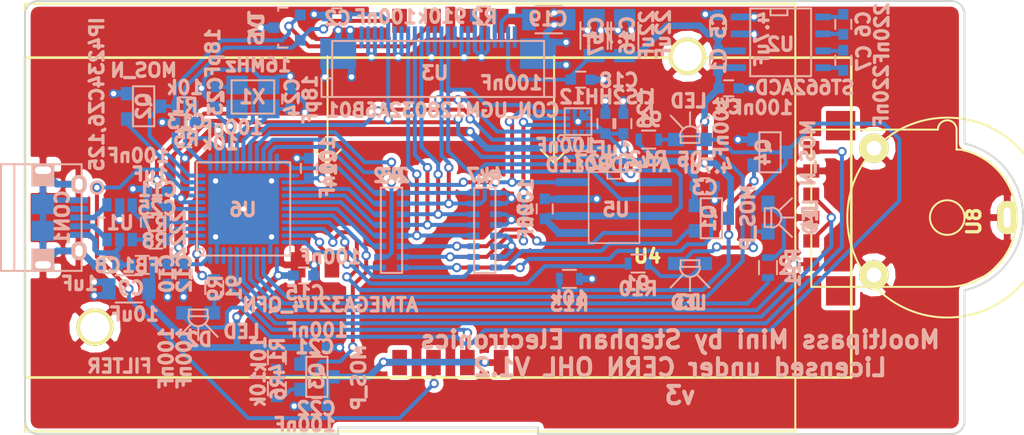
<source format=kicad_pcb>
(kicad_pcb (version 4) (host pcbnew 4.0.2-stable)
  (layers (0 F.Cu signal hide) (31 B.Cu signal) (34 B.Paste user) (35 F.Paste user) (36 B.SilkS user) (37 F.SilkS user hide) (38 B.Mask user) (39 F.Mask user) (44 Edge.Cuts user))
  (net 0 "")
  (net 1 +12V)
  (net 2 "Net-(C1-Pad2)")
  (net 3 GND)
  (net 4 +3V3)
  (net 5 +5V)
  (net 6 "Net-(C6-Pad1)")
  (net 7 "Net-(C6-Pad2)")
  (net 8 "Net-(C7-Pad1)")
  (net 9 "Net-(C7-Pad2)")
  (net 10 VCC)
  (net 11 "Net-(C19-Pad1)")
  (net 12 /VCC_SC)
  (net 13 "Net-(C23-Pad1)")
  (net 14 "Net-(C24-Pad1)")
  (net 15 "Net-(CON1-Pad2)")
  (net 16 "Net-(CON1-Pad3)")
  (net 17 /BL_POWER)
  (net 18 /SPI_MOSI)
  (net 19 /SC_IO)
  (net 20 /SC_POWER)
  (net 21 "Net-(R2-Pad1)")
  (net 22 /USB_D+)
  (net 23 "Net-(R7-Pad2)")
  (net 24 /USB_D-)
  (net 25 "Net-(R8-Pad2)")
  (net 26 /SPI2_CLK)
  (net 27 /SPI2_MOSI)
  (net 28 /SPI_SCK)
  (net 29 /SPI2_MISO)
  (net 30 /LCD_HV_SS)
  (net 31 /LCD_HV_nRES)
  (net 32 /LCD_HV_DnC)
  (net 33 /SPI2_HV_SCK)
  (net 34 /SPI2_HV_MOSI)
  (net 35 /LCD_SS)
  (net 36 /LCD_nRES)
  (net 37 /LCD_DnC)
  (net 38 /FLASH_nS)
  (net 39 /FLASH_HV_nS)
  (net 40 /SC_RST)
  (net 41 /SC_PGM)
  (net 42 /DETECT_SC)
  (net 43 /nRESET)
  (net 44 /ENC_SW)
  (net 45 "Net-(Q3-Pad1)")
  (net 46 /PWM_LED)
  (net 47 "Net-(D2-Pad1)")
  (net 48 /LED1)
  (net 49 "Net-(D2-Pad2)")
  (net 50 /LED2)
  (net 51 "Net-(D3-Pad2)")
  (net 52 /LED3)
  (net 53 "Net-(D4-Pad2)")
  (net 54 /LED4)
  (net 55 "Net-(D5-Pad2)")
  (net 56 /ENC_B)
  (net 57 /ENC_A)
  (net 58 /ACC_SS)
  (net 59 /ACC_INT)
  (net 60 /ACC_HV_SS)
  (net 61 "Net-(R3-Pad9)")
  (module _kicad4_lib:CON_SMARTCARD_5145300-3 (layer F.Cu) (at 149.7 71.65 180)
    (fp_text reference U4 (at 3 -15 180) (layer F.SilkS) (effects (font (thickness 0.25))))
    (fp_text value CON_SMARTCARD2)
    (pad FIX1 thru_hole circle (at 0 0 180) (size 2.8 2.8) (drill 2.2) (layers *.Cu *.Mask F.SilkS) (net 3 GND))
    (pad FIX2 thru_hole circle (at 44.45 -20.32 180) (size 2.8 2.8) (drill 2.2) (layers *.Cu *.Mask F.SilkS) (net 3 GND))
    (pad C1 smd rect (at 13.97 -22.98 180) (size 1.1 1.9) (layers F.Cu F.Paste F.Mask) (net 12 /VCC_SC))
    (pad C2 smd rect (at 16.51 -22.98 180) (size 1.1 1.9) (layers F.Cu F.Paste F.Mask) (net 40 /SC_RST))
    (pad C3 smd rect (at 19.05 -22.98 180) (size 1.1 1.9) (layers F.Cu F.Paste F.Mask) (net 28 /SPI_SCK))
    (pad C4 smd rect (at 21.59 -22.98 180) (size 1.1 1.9) (layers F.Cu F.Paste F.Mask) (net 12 /VCC_SC))
    (pad C5 smd rect (at 13.97 2.66 180) (size 1.1 1.8) (layers F.Cu F.Paste F.Mask) (net 3 GND))
    (pad C6 smd rect (at 16.51 2.66 180) (size 1.1 1.8) (layers F.Cu F.Paste F.Mask))
    (pad C7 smd rect (at 19.05 2.66 180) (size 1.1 1.8) (layers F.Cu F.Paste F.Mask) (net 19 /SC_IO))
    (pad C8 smd rect (at 21.59 2.66 180) (size 1.1 1.8) (layers F.Cu F.Paste F.Mask) (net 41 /SC_PGM))
    (pad S1 smd rect (at 26.67 -15.65 180) (size 1.1 1.9) (layers F.Cu F.Paste F.Mask) (net 42 /DETECT_SC))
    (pad S2 smd rect (at 29.21 -15.65 180) (size 1.1 1.9) (layers F.Cu F.Paste F.Mask) (net 3 GND))
  )
  (module limpkins_lib:RNETWORK8_0603 (layer B.Cu) (at 127.5 84.7 270)
    (fp_text reference R3 (at -4.05 0 360) (layer B.SilkS) (effects (font (thickness 0.25)) (justify mirror)))
    (fp_text value 2k2 (at -4.1 0 360) (layer B.SilkS) (effects (font (thickness 0.25)) (justify mirror)))
    (pad 1 smd rect (at -2.8 -0.85 270) (size 0.45 0.9) (layers B.Cu B.Paste B.Mask) (net 27 /SPI2_MOSI))
    (pad 2 smd rect (at -2 -0.85 270) (size 0.45 0.9) (layers B.Cu B.Paste B.Mask) (net 26 /SPI2_CLK))
    (pad 3 smd rect (at -1.2 -0.85 270) (size 0.45 0.9) (layers B.Cu B.Paste B.Mask) (net 37 /LCD_DnC))
    (pad 4 smd rect (at -0.4 -0.85 270) (size 0.45 0.9) (layers B.Cu B.Paste B.Mask) (net 36 /LCD_nRES))
    (pad 5 smd rect (at 0.4 -0.85 270) (size 0.45 0.9) (layers B.Cu B.Paste B.Mask) (net 35 /LCD_SS))
    (pad 6 smd rect (at 1.2 -0.85 270) (size 0.45 0.9) (layers B.Cu B.Paste B.Mask) (net 38 /FLASH_nS))
    (pad 7 smd rect (at 2 -0.85 270) (size 0.45 0.9) (layers B.Cu B.Paste B.Mask) (net 58 /ACC_SS))
    (pad 8 smd rect (at 2.8 -0.85 270) (size 0.45 0.9) (layers B.Cu B.Paste B.Mask) (net 5 +5V))
    (pad 9 smd rect (at 2.8 0.85 270) (size 0.45 0.9) (layers B.Cu B.Paste B.Mask) (net 61 "Net-(R3-Pad9)"))
    (pad 10 smd rect (at 2 0.85 270) (size 0.45 0.9) (layers B.Cu B.Paste B.Mask) (net 60 /ACC_HV_SS))
    (pad 11 smd rect (at 1.2 0.85 270) (size 0.45 0.9) (layers B.Cu B.Paste B.Mask) (net 39 /FLASH_HV_nS))
    (pad 12 smd rect (at 0.4 0.85 270) (size 0.45 0.9) (layers B.Cu B.Paste B.Mask) (net 30 /LCD_HV_SS))
    (pad 13 smd rect (at -0.4 0.85 270) (size 0.45 0.9) (layers B.Cu B.Paste B.Mask) (net 31 /LCD_HV_nRES))
    (pad 14 smd rect (at -1.2 0.85 270) (size 0.45 0.9) (layers B.Cu B.Paste B.Mask) (net 32 /LCD_HV_DnC))
    (pad 15 smd rect (at -2 0.85 270) (size 0.45 0.9) (layers B.Cu B.Paste B.Mask) (net 33 /SPI2_HV_SCK))
    (pad 16 smd rect (at -2.8 0.85 270) (size 0.45 0.9) (layers B.Cu B.Paste B.Mask) (net 34 /SPI2_HV_MOSI))
  )
  (module _kicad4_lib:CON_SFV24R-2STE1HLF (layer B.Cu) (at 136.75 70.5 180)
    (fp_text reference U3 (at 6 -2.4 180) (layer B.SilkS) (effects (font (thickness 0.25)) (justify mirror)))
    (fp_text value CON_UGM128032A6B01 (at 5.4 -5.2 180) (layer B.SilkS) (effects (font (thickness 0.25)) (justify mirror)))
    (pad 24 smd rect (at 0 0.3 180) (size 0.3 1.6) (layers B.Cu B.Paste B.Mask))
    (pad 23 smd rect (at 0.5 0.3 180) (size 0.3 1.6) (layers B.Cu B.Paste B.Mask) (net 1 +12V))
    (pad 22 smd rect (at 1 0.3 180) (size 0.3 1.6) (layers B.Cu B.Paste B.Mask) (net 11 "Net-(C19-Pad1)"))
    (pad 21 smd rect (at 1.5 0.3 180) (size 0.3 1.6) (layers B.Cu B.Paste B.Mask) (net 21 "Net-(R2-Pad1)"))
    (pad 20 smd rect (at 2 0.3 180) (size 0.3 1.6) (layers B.Cu B.Paste B.Mask) (net 3 GND))
    (pad 19 smd rect (at 2.5 0.3 180) (size 0.3 1.6) (layers B.Cu B.Paste B.Mask) (net 3 GND))
    (pad 18 smd rect (at 3 0.3 180) (size 0.3 1.6) (layers B.Cu B.Paste B.Mask) (net 3 GND))
    (pad 17 smd rect (at 3.5 0.3 180) (size 0.3 1.6) (layers B.Cu B.Paste B.Mask) (net 3 GND))
    (pad 16 smd rect (at 4 0.3 180) (size 0.3 1.6) (layers B.Cu B.Paste B.Mask) (net 3 GND))
    (pad 15 smd rect (at 4.5 0.3 180) (size 0.3 1.6) (layers B.Cu B.Paste B.Mask))
    (pad 14 smd rect (at 5 0.3 180) (size 0.3 1.6) (layers B.Cu B.Paste B.Mask) (net 27 /SPI2_MOSI))
    (pad 13 smd rect (at 5.5 0.3 180) (size 0.3 1.6) (layers B.Cu B.Paste B.Mask) (net 26 /SPI2_CLK))
    (pad 12 smd rect (at 6 0.3 180) (size 0.3 1.6) (layers B.Cu B.Paste B.Mask) (net 3 GND))
    (pad 11 smd rect (at 6.5 0.3 180) (size 0.3 1.6) (layers B.Cu B.Paste B.Mask) (net 3 GND))
    (pad 10 smd rect (at 7 0.3 180) (size 0.3 1.6) (layers B.Cu B.Paste B.Mask) (net 37 /LCD_DnC))
    (pad 9 smd rect (at 7.5 0.3 180) (size 0.3 1.6) (layers B.Cu B.Paste B.Mask) (net 36 /LCD_nRES))
    (pad 8 smd rect (at 8 0.3 180) (size 0.3 1.6) (layers B.Cu B.Paste B.Mask) (net 35 /LCD_SS))
    (pad 7 smd rect (at 8.5 0.3 180) (size 0.3 1.6) (layers B.Cu B.Paste B.Mask) (net 3 GND))
    (pad 6 smd rect (at 9 0.3 180) (size 0.3 1.6) (layers B.Cu B.Paste B.Mask) (net 3 GND))
    (pad 5 smd rect (at 9.5 0.3 180) (size 0.3 1.6) (layers B.Cu B.Paste B.Mask) (net 4 +3V3))
    (pad 4 smd rect (at 10 0.3 180) (size 0.3 1.6) (layers B.Cu B.Paste B.Mask))
    (pad 3 smd rect (at 10.5 0.3 180) (size 0.3 1.6) (layers B.Cu B.Paste B.Mask) (net 3 GND))
    (pad 2 smd rect (at 11 0.3 180) (size 0.3 1.6) (layers B.Cu B.Paste B.Mask) (net 3 GND))
    (pad 1 smd rect (at 11.5 0.3 180) (size 0.3 1.6) (layers B.Cu B.Paste B.Mask))
    (pad 25 smd rect (at -1.75 -0.95 180) (size 2.7 2.3) (layers B.Cu B.Paste B.Mask) (net 3 GND))
    (pad 26 smd rect (at 13.25 -0.95 180) (size 2.7 2.3) (layers B.Cu B.Paste B.Mask) (net 3 GND))
  )
  (module Capacitors_SMD:C_0603 (layer B.Cu) (at 152 71.95 270)
    (fp_text reference C1 (at 0.05 -0.05 270) (layer B.SilkS) (effects (font (thickness 0.25)) (justify mirror)))
    (fp_text value 100nF (at 5 -0.25 270) (layer B.SilkS) (effects (font (thickness 0.25)) (justify mirror)))
    (pad 1 smd rect (at -0.75 0 270) (size 0.8 0.75) (layers B.Cu B.Paste B.Mask) (net 1 +12V))
    (pad 2 smd rect (at 0.75 0 270) (size 0.8 0.75) (layers B.Cu B.Paste B.Mask) (net 2 "Net-(C1-Pad2)"))
  )
  (module Capacitors_SMD:C_0603 (layer B.Cu) (at 123.4 68.65)
    (fp_text reference C2 (at 0.05 0.15) (layer B.SilkS) (effects (font (thickness 0.25)) (justify mirror)))
    (fp_text value 100nF (at 3.65 0.05) (layer B.SilkS) (effects (font (thickness 0.25)) (justify mirror)))
    (pad 1 smd rect (at -0.75 0) (size 0.8 0.75) (layers B.Cu B.Paste B.Mask) (net 3 GND))
    (pad 2 smd rect (at 0.75 0) (size 0.8 0.75) (layers B.Cu B.Paste B.Mask) (net 4 +3V3))
  )
  (module Capacitors_SMD:C_0603 (layer B.Cu) (at 151 81.4)
    (fp_text reference C3 (at 0 0.1) (layer B.SilkS) (effects (font (thickness 0.25)) (justify mirror)))
    (fp_text value 4.7uF (at 0.05 -1.5) (layer B.SilkS) (effects (font (thickness 0.25)) (justify mirror)))
    (pad 1 smd rect (at -0.75 0) (size 0.8 0.75) (layers B.Cu B.Paste B.Mask) (net 5 +5V))
    (pad 2 smd rect (at 0.75 0) (size 0.8 0.75) (layers B.Cu B.Paste B.Mask) (net 3 GND))
  )
  (module Capacitors_SMD:C_0603 (layer B.Cu) (at 152.8 74.05)
    (fp_text reference C4 (at -0.05 1.4) (layer B.SilkS) (effects (font (thickness 0.25)) (justify mirror)))
    (fp_text value 100nF (at 2.5 1.45) (layer B.SilkS) (effects (font (thickness 0.25)) (justify mirror)))
    (pad 1 smd rect (at -0.75 0) (size 0.8 0.75) (layers B.Cu B.Paste B.Mask) (net 2 "Net-(C1-Pad2)"))
    (pad 2 smd rect (at 0.75 0) (size 0.8 0.75) (layers B.Cu B.Paste B.Mask) (net 3 GND))
  )
  (module Capacitors_SMD:C_0603 (layer B.Cu) (at 152 69.3 90)
    (fp_text reference C5 (at -0.05 0.05 90) (layer B.SilkS) (effects (font (thickness 0.25)) (justify mirror)))
    (fp_text value 4.7uF (at -1.05 3.3 90) (layer B.SilkS) (effects (font (thickness 0.25)) (justify mirror)))
    (pad 1 smd rect (at -0.75 0 90) (size 0.8 0.75) (layers B.Cu B.Paste B.Mask) (net 1 +12V))
    (pad 2 smd rect (at 0.75 0 90) (size 0.8 0.75) (layers B.Cu B.Paste B.Mask) (net 3 GND))
  )
  (module Capacitors_SMD:C_0603 (layer B.Cu) (at 161.4 69.25 90)
    (fp_text reference C6 (at 0 1.5 90) (layer B.SilkS) (effects (font (thickness 0.25)) (justify mirror)))
    (fp_text value 220nF (at -0.7 2.9 90) (layer B.SilkS) (effects (font (thickness 0.25)) (justify mirror)))
    (pad 1 smd rect (at -0.75 0 90) (size 0.8 0.75) (layers B.Cu B.Paste B.Mask) (net 6 "Net-(C6-Pad1)"))
    (pad 2 smd rect (at 0.75 0 90) (size 0.8 0.75) (layers B.Cu B.Paste B.Mask) (net 7 "Net-(C6-Pad2)"))
  )
  (module Capacitors_SMD:C_0603 (layer B.Cu) (at 161.4 71.95 270)
    (fp_text reference C7 (at -0.15 -1.55 450) (layer B.SilkS) (effects (font (thickness 0.25)) (justify mirror)))
    (fp_text value 220nF (at 2.65 -2.85 270) (layer B.SilkS) (effects (font (thickness 0.25)) (justify mirror)))
    (pad 1 smd rect (at -0.75 0 270) (size 0.8 0.75) (layers B.Cu B.Paste B.Mask) (net 8 "Net-(C7-Pad1)"))
    (pad 2 smd rect (at 0.75 0 270) (size 0.8 0.75) (layers B.Cu B.Paste B.Mask) (net 9 "Net-(C7-Pad2)"))
  )
  (module Capacitors_SMD:C_0603 (layer B.Cu) (at 106.2 87.3 180)
    (fp_text reference C8 (at 0 -0.05 180) (layer B.SilkS) (effects (font (thickness 0.25)) (justify mirror)))
    (fp_text value 1uF (at 2.1 -1.4 180) (layer B.SilkS) (effects (font (thickness 0.25)) (justify mirror)))
    (pad 1 smd rect (at -0.75 0 180) (size 0.8 0.75) (layers B.Cu B.Paste B.Mask) (net 10 VCC))
    (pad 2 smd rect (at 0.75 0 180) (size 0.8 0.75) (layers B.Cu B.Paste B.Mask) (net 3 GND))
  )
  (module Capacitors_SMD:C_1206 (layer B.Cu) (at 107.8 89.1 180)
    (fp_text reference C9 (at -0.15 0.05 180) (layer B.SilkS) (effects (font (thickness 0.25)) (justify mirror)))
    (fp_text value 10uF (at -0.4 -1.9 180) (layer B.SilkS) (effects (font (thickness 0.25)) (justify mirror)))
    (pad 1 smd rect (at -1.5 0 180) (size 1 1.6) (layers B.Cu B.Paste B.Mask) (net 5 +5V))
    (pad 2 smd rect (at 1.5 0 180) (size 1 1.6) (layers B.Cu B.Paste B.Mask) (net 3 GND))
  )
  (module Capacitors_SMD:C_0603 (layer B.Cu) (at 110.7 88 270)
    (fp_text reference C10 (at -0.05 0.05 270) (layer B.SilkS) (effects (font (thickness 0.25)) (justify mirror)))
    (fp_text value 100nF (at 6.3 0.1 270) (layer B.SilkS) (effects (font (thickness 0.25)) (justify mirror)))
    (pad 1 smd rect (at -0.75 0 270) (size 0.8 0.75) (layers B.Cu B.Paste B.Mask) (net 5 +5V))
    (pad 2 smd rect (at 0.75 0 270) (size 0.8 0.75) (layers B.Cu B.Paste B.Mask) (net 3 GND))
  )
  (module Capacitors_SMD:C_0603 (layer B.Cu) (at 109.9 81.8 180)
    (fp_text reference C11 (at -0.05 0.15 180) (layer B.SilkS) (effects (font (thickness 0.25)) (justify mirror)))
    (fp_text value 100nF (at 1.4 2.7 180) (layer B.SilkS) (effects (font (thickness 0.25)) (justify mirror)))
    (pad 1 smd rect (at -0.75 0 180) (size 0.8 0.75) (layers B.Cu B.Paste B.Mask) (net 5 +5V))
    (pad 2 smd rect (at 0.75 0 180) (size 0.8 0.75) (layers B.Cu B.Paste B.Mask) (net 3 GND))
  )
  (module Capacitors_SMD:C_0603 (layer B.Cu) (at 111.9 88 270)
    (fp_text reference C12 (at -0.05 -0.05 270) (layer B.SilkS) (effects (font (thickness 0.25)) (justify mirror)))
    (fp_text value 100nF (at 6.3 -0.05 270) (layer B.SilkS) (effects (font (thickness 0.25)) (justify mirror)))
    (pad 1 smd rect (at -0.75 0 270) (size 0.8 0.75) (layers B.Cu B.Paste B.Mask) (net 5 +5V))
    (pad 2 smd rect (at 0.75 0 270) (size 0.8 0.75) (layers B.Cu B.Paste B.Mask) (net 3 GND))
  )
  (module Capacitors_SMD:C_0603 (layer B.Cu) (at 112 76.6 180)
    (fp_text reference C13 (at -0.1 0.05 180) (layer B.SilkS) (effects (font (thickness 0.25)) (justify mirror)))
    (fp_text value 100nF (at -3.55 -0.4 180) (layer B.SilkS) (effects (font (thickness 0.25)) (justify mirror)))
    (pad 1 smd rect (at -0.75 0 180) (size 0.8 0.75) (layers B.Cu B.Paste B.Mask) (net 5 +5V))
    (pad 2 smd rect (at 0.75 0 180) (size 0.8 0.75) (layers B.Cu B.Paste B.Mask) (net 3 GND))
  )
  (module Capacitors_SMD:C_0603 (layer B.Cu) (at 121.3 80.05 90)
    (fp_text reference C14 (at -0.05 1.55 90) (layer B.SilkS) (effects (font (thickness 0.25)) (justify mirror)))
    (fp_text value 100nF (at 0.05 1.4 90) (layer B.SilkS) (effects (font (thickness 0.25)) (justify mirror)))
    (pad 1 smd rect (at -0.75 0 90) (size 0.8 0.75) (layers B.Cu B.Paste B.Mask) (net 5 +5V))
    (pad 2 smd rect (at 0.75 0 90) (size 0.8 0.75) (layers B.Cu B.Paste B.Mask) (net 3 GND))
  )
  (module Capacitors_SMD:C_0603 (layer B.Cu) (at 120.9 88.1)
    (fp_text reference C15 (at 0.1 1.3) (layer B.SilkS) (effects (font (thickness 0.25)) (justify mirror)))
    (fp_text value 100nF (at 2 -1.4) (layer B.SilkS) (effects (font (thickness 0.25)) (justify mirror)))
    (pad 1 smd rect (at -0.75 0) (size 0.8 0.75) (layers B.Cu B.Paste B.Mask) (net 5 +5V))
    (pad 2 smd rect (at 0.75 0) (size 0.8 0.75) (layers B.Cu B.Paste B.Mask) (net 3 GND))
  )
  (module Capacitors_SMD:C_1206 (layer B.Cu) (at 145 70.1 90)
    (fp_text reference C16 (at 0 0.2 90) (layer B.SilkS) (effects (font (thickness 0.25)) (justify mirror)))
    (fp_text value 22uF (at 0.05 1.65 90) (layer B.SilkS) (effects (font (thickness 0.25)) (justify mirror)))
    (pad 1 smd rect (at -1.5 0 90) (size 1 1.6) (layers B.Cu B.Paste B.Mask) (net 1 +12V))
    (pad 2 smd rect (at 1.5 0 90) (size 1 1.6) (layers B.Cu B.Paste B.Mask) (net 3 GND))
  )
  (module Capacitors_SMD:C_1206 (layer B.Cu) (at 142.7 70.1 90)
    (fp_text reference C17 (at -0.05 0.15 90) (layer B.SilkS) (effects (font (thickness 0.25)) (justify mirror)))
    (fp_text value 22uF (at 0.1 5.2 90) (layer B.SilkS) (effects (font (thickness 0.25)) (justify mirror)))
    (pad 1 smd rect (at -1.5 0 90) (size 1 1.6) (layers B.Cu B.Paste B.Mask) (net 1 +12V))
    (pad 2 smd rect (at 1.5 0 90) (size 1 1.6) (layers B.Cu B.Paste B.Mask) (net 3 GND))
  )
  (module Capacitors_SMD:C_0603 (layer B.Cu) (at 141.7 73.4)
    (fp_text reference C18 (at 2.85 0.05) (layer B.SilkS) (effects (font (thickness 0.25)) (justify mirror)))
    (fp_text value 100nF (at -5.2 0.25) (layer B.SilkS) (effects (font (thickness 0.25)) (justify mirror)))
    (pad 1 smd rect (at -0.75 0) (size 0.8 0.75) (layers B.Cu B.Paste B.Mask) (net 1 +12V))
    (pad 2 smd rect (at 0.75 0) (size 0.8 0.75) (layers B.Cu B.Paste B.Mask) (net 3 GND))
  )
  (module Capacitors_SMD:C_1206 (layer B.Cu) (at 139.3 68.9)
    (fp_text reference C19 (at -0.05 -0.05) (layer B.SilkS) (effects (font (thickness 0.25)) (justify mirror)))
    (fp_text value 4.7uF (at 4.45 1.25) (layer B.SilkS) (effects (font (thickness 0.25)) (justify mirror)))
    (pad 1 smd rect (at -1.5 0) (size 1 1.6) (layers B.Cu B.Paste B.Mask) (net 11 "Net-(C19-Pad1)"))
    (pad 2 smd rect (at 1.5 0) (size 1 1.6) (layers B.Cu B.Paste B.Mask) (net 3 GND))
  )
  (module Capacitors_SMD:C_0603 (layer B.Cu) (at 139 83.1 90)
    (fp_text reference C20 (at 0 -1.45 90) (layer B.SilkS) (effects (font (thickness 0.25)) (justify mirror)))
    (fp_text value 100nF (at 0 -1.4 90) (layer B.SilkS) (effects (font (thickness 0.25)) (justify mirror)))
    (pad 1 smd rect (at -0.75 0 90) (size 0.8 0.75) (layers B.Cu B.Paste B.Mask) (net 4 +3V3))
    (pad 2 smd rect (at 0.75 0 90) (size 0.8 0.75) (layers B.Cu B.Paste B.Mask) (net 3 GND))
  )
  (module Capacitors_SMD:C_0603 (layer B.Cu) (at 121.9 93.5)
    (fp_text reference C21 (at -0.15 -0.05) (layer B.SilkS) (effects (font (thickness 0.25)) (justify mirror)))
    (fp_text value 100nF (at 0 -1.3) (layer B.SilkS) (effects (font (thickness 0.25)) (justify mirror)))
    (pad 1 smd rect (at -0.75 0) (size 0.8 0.75) (layers B.Cu B.Paste B.Mask) (net 5 +5V))
    (pad 2 smd rect (at 0.75 0) (size 0.8 0.75) (layers B.Cu B.Paste B.Mask) (net 3 GND))
  )
  (module Capacitors_SMD:C_0603 (layer B.Cu) (at 121.9 97.9 180)
    (fp_text reference C22 (at 0.05 -0.2 180) (layer B.SilkS) (effects (font (thickness 0.25)) (justify mirror)))
    (fp_text value 100nF (at 0.9 -1.4 180) (layer B.SilkS) (effects (font (thickness 0.25)) (justify mirror)))
    (pad 1 smd rect (at -0.75 0 180) (size 0.8 0.75) (layers B.Cu B.Paste B.Mask) (net 12 /VCC_SC))
    (pad 2 smd rect (at 0.75 0 180) (size 0.8 0.75) (layers B.Cu B.Paste B.Mask) (net 3 GND))
  )
  (module Capacitors_SMD:C_0603 (layer B.Cu) (at 114.3 74.7 270)
    (fp_text reference C23 (at -0.05 0 270) (layer B.SilkS) (effects (font (thickness 0.25)) (justify mirror)))
    (fp_text value 18pF (at -3.3 0.2 270) (layer B.SilkS) (effects (font (thickness 0.25)) (justify mirror)))
    (pad 1 smd rect (at -0.75 0 270) (size 0.8 0.75) (layers B.Cu B.Paste B.Mask) (net 13 "Net-(C23-Pad1)"))
    (pad 2 smd rect (at 0.75 0 270) (size 0.8 0.75) (layers B.Cu B.Paste B.Mask) (net 3 GND))
  )
  (module Capacitors_SMD:C_0603 (layer B.Cu) (at 119.9 74.85 90)
    (fp_text reference C24 (at 0.1 0.15 90) (layer B.SilkS) (effects (font (thickness 0.25)) (justify mirror)))
    (fp_text value 18pF (at -0.05 1.5 90) (layer B.SilkS) (effects (font (thickness 0.25)) (justify mirror)))
    (pad 1 smd rect (at -0.75 0 90) (size 0.8 0.75) (layers B.Cu B.Paste B.Mask) (net 14 "Net-(C24-Pad1)"))
    (pad 2 smd rect (at 0.75 0 90) (size 0.8 0.75) (layers B.Cu B.Paste B.Mask) (net 3 GND))
  )
  (module Capacitors_SMD:C_0603 (layer B.Cu) (at 109.9 82.9 180)
    (fp_text reference C25 (at 0 -0.15 180) (layer B.SilkS) (effects (font (thickness 0.25)) (justify mirror)))
    (fp_text value 1uF (at 0.5 2.4 180) (layer B.SilkS) (effects (font (thickness 0.25)) (justify mirror)))
    (pad 1 smd rect (at -0.75 0 180) (size 0.8 0.75) (layers B.Cu B.Paste B.Mask) (net 4 +3V3))
    (pad 2 smd rect (at 0.75 0 180) (size 0.8 0.75) (layers B.Cu B.Paste B.Mask) (net 3 GND))
  )
  (module limpkins_lib:CONUSB_10118194 (layer B.Cu) (at 104.05 83.75 90)
    (fp_text reference CON1 (at 0 -1.25 90) (layer B.SilkS) (effects (font (thickness 0.25)) (justify mirror)))
    (fp_text value CON_10118194-0001LF (at 0.05 -6.95 90) (layer B.SilkS) (effects (font (thickness 0.25)) (justify mirror)))
    (pad 1 smd rect (at -1.3 0 90) (size 0.45 1.35) (layers B.Cu B.Paste B.Mask) (net 10 VCC))
    (pad 2 smd rect (at -0.65 0 90) (size 0.45 1.35) (layers B.Cu B.Paste B.Mask) (net 15 "Net-(CON1-Pad2)"))
    (pad 3 smd rect (at 0 0 90) (size 0.45 1.35) (layers B.Cu B.Paste B.Mask) (net 16 "Net-(CON1-Pad3)"))
    (pad 4 smd rect (at 0.65 0 90) (size 0.45 1.35) (layers B.Cu B.Paste B.Mask))
    (pad 5 smd rect (at 1.3 0 90) (size 0.45 1.35) (layers B.Cu B.Paste B.Mask) (net 3 GND))
    (pad 6 thru_hole oval (at -2.5 0 90) (size 1.4 1.15) (drill oval 0.85 0.55) (layers *.Cu *.Mask B.SilkS) (net 3 GND))
    (pad 7 thru_hole oval (at 2.5 0 90) (size 1.4 1.15) (drill oval 0.85 0.55) (layers *.Cu *.Mask B.SilkS) (net 3 GND))
    (pad 8 thru_hole rect (at -3.55 -2.7 90) (size 1.7 1.7) (drill oval 0.55 1.2 (offset 0.35 0)) (layers *.Cu *.Mask B.SilkS) (net 3 GND))
    (pad 11 thru_hole rect (at 3.55 -2.7 270) (size 1.7 1.7) (drill oval 0.55 1.2 (offset 0.35 0)) (layers *.Cu *.Mask B.SilkS) (net 3 GND))
    (pad 9 smd rect (at -1 -2.7 270) (size 1.5 1.7) (layers B.Cu B.Paste B.Mask) (net 3 GND))
    (pad 10 smd rect (at 1 -2.7 270) (size 1.5 1.7) (layers B.Cu B.Paste B.Mask) (net 3 GND))
  )
  (module Resistors_SMD:R_0603 (layer B.Cu) (at 108.8 87.3)
    (fp_text reference FB1 (at -0.1 0.05) (layer B.SilkS) (effects (font (thickness 0.25)) (justify mirror)))
    (fp_text value FILTER (at -1.7 7.6) (layer B.SilkS) (effects (font (thickness 0.25)) (justify mirror)))
    (pad 1 smd rect (at -0.75 0) (size 0.5 0.9) (layers B.Cu B.Paste B.Mask) (net 10 VCC))
    (pad 2 smd rect (at 0.75 0) (size 0.5 0.9) (layers B.Cu B.Paste B.Mask) (net 5 +5V))
  )
  (module Resistors_SMD:R_0603 (layer B.Cu) (at 112 75.4 180)
    (fp_text reference R1 (at 0 0.05 180) (layer B.SilkS) (effects (font (thickness 0.25)) (justify mirror)))
    (fp_text value 10k (at 0 1.4 180) (layer B.SilkS) (effects (font (thickness 0.25)) (justify mirror)))
    (pad 1 smd rect (at -0.75 0 180) (size 0.5 0.9) (layers B.Cu B.Paste B.Mask) (net 5 +5V))
    (pad 2 smd rect (at 0.75 0 180) (size 0.5 0.9) (layers B.Cu B.Paste B.Mask) (net 19 /SC_IO))
  )
  (module Resistors_SMD:R_0603 (layer B.Cu) (at 134.4 68.6 180)
    (fp_text reference R2 (at -0.05 -0.1 180) (layer B.SilkS) (effects (font (thickness 0.25)) (justify mirror)))
    (fp_text value 910k (at 3.1 -0.05 180) (layer B.SilkS) (effects (font (thickness 0.25)) (justify mirror)))
    (pad 1 smd rect (at -0.75 0 180) (size 0.5 0.9) (layers B.Cu B.Paste B.Mask) (net 21 "Net-(R2-Pad1)"))
    (pad 2 smd rect (at 0.75 0 180) (size 0.5 0.9) (layers B.Cu B.Paste B.Mask) (net 3 GND))
  )
  (module limpkins_lib:RNETWORK8_0603 (layer B.Cu) (at 134.5 84.7 270)
    (fp_text reference R4 (at -3.9 -0.25 360) (layer B.SilkS) (effects (font (thickness 0.25)) (justify mirror)))
    (fp_text value 4k7 (at -4.1 0 360) (layer B.SilkS) (effects (font (thickness 0.25)) (justify mirror)))
    (pad 1 smd rect (at -2.8 -0.85 270) (size 0.45 0.9) (layers B.Cu B.Paste B.Mask) (net 3 GND))
    (pad 2 smd rect (at -2 -0.85 270) (size 0.45 0.9) (layers B.Cu B.Paste B.Mask) (net 3 GND))
    (pad 3 smd rect (at -1.2 -0.85 270) (size 0.45 0.9) (layers B.Cu B.Paste B.Mask) (net 3 GND))
    (pad 4 smd rect (at -0.4 -0.85 270) (size 0.45 0.9) (layers B.Cu B.Paste B.Mask) (net 3 GND))
    (pad 5 smd rect (at 0.4 -0.85 270) (size 0.45 0.9) (layers B.Cu B.Paste B.Mask) (net 3 GND))
    (pad 6 smd rect (at 1.2 -0.85 270) (size 0.45 0.9) (layers B.Cu B.Paste B.Mask) (net 3 GND))
    (pad 7 smd rect (at 2 -0.85 270) (size 0.45 0.9) (layers B.Cu B.Paste B.Mask) (net 3 GND))
    (pad 8 smd rect (at 2.8 -0.85 270) (size 0.45 0.9) (layers B.Cu B.Paste B.Mask) (net 17 /BL_POWER))
    (pad 9 smd rect (at 2.8 0.85 270) (size 0.45 0.9) (layers B.Cu B.Paste B.Mask) (net 61 "Net-(R3-Pad9)"))
    (pad 10 smd rect (at 2 0.85 270) (size 0.45 0.9) (layers B.Cu B.Paste B.Mask) (net 58 /ACC_SS))
    (pad 11 smd rect (at 1.2 0.85 270) (size 0.45 0.9) (layers B.Cu B.Paste B.Mask) (net 38 /FLASH_nS))
    (pad 12 smd rect (at 0.4 0.85 270) (size 0.45 0.9) (layers B.Cu B.Paste B.Mask) (net 35 /LCD_SS))
    (pad 13 smd rect (at -0.4 0.85 270) (size 0.45 0.9) (layers B.Cu B.Paste B.Mask) (net 36 /LCD_nRES))
    (pad 14 smd rect (at -1.2 0.85 270) (size 0.45 0.9) (layers B.Cu B.Paste B.Mask) (net 37 /LCD_DnC))
    (pad 15 smd rect (at -2 0.85 270) (size 0.45 0.9) (layers B.Cu B.Paste B.Mask) (net 26 /SPI2_CLK))
    (pad 16 smd rect (at -2.8 0.85 270) (size 0.45 0.9) (layers B.Cu B.Paste B.Mask) (net 27 /SPI2_MOSI))
  )
  (module Resistors_SMD:R_0603 (layer B.Cu) (at 112 77.8 180)
    (fp_text reference R5 (at -0.1 -0.05 180) (layer B.SilkS) (effects (font (thickness 0.25)) (justify mirror)))
    (fp_text value 10k (at -2.65 -0.35 180) (layer B.SilkS) (effects (font (thickness 0.25)) (justify mirror)))
    (pad 1 smd rect (at -0.75 0 180) (size 0.5 0.9) (layers B.Cu B.Paste B.Mask) (net 43 /nRESET))
    (pad 2 smd rect (at 0.75 0 180) (size 0.5 0.9) (layers B.Cu B.Paste B.Mask) (net 5 +5V))
  )
  (module Resistors_SMD:R_0603 (layer B.Cu) (at 109.8 84.1)
    (fp_text reference R7 (at -0.05 0.15) (layer B.SilkS) (effects (font (thickness 0.25)) (justify mirror)))
    (fp_text value 22 (at 1.7 0 90) (layer B.SilkS) (effects (font (thickness 0.25)) (justify mirror)))
    (pad 1 smd rect (at -0.75 0) (size 0.5 0.9) (layers B.Cu B.Paste B.Mask) (net 22 /USB_D+))
    (pad 2 smd rect (at 0.75 0) (size 0.5 0.9) (layers B.Cu B.Paste B.Mask) (net 23 "Net-(R7-Pad2)"))
  )
  (module Resistors_SMD:R_0603 (layer B.Cu) (at 109.8 85.4)
    (fp_text reference R8 (at -0.05 0.1) (layer B.SilkS) (effects (font (thickness 0.25)) (justify mirror)))
    (fp_text value 22 (at 1.7 0.5 90) (layer B.SilkS) (effects (font (thickness 0.25)) (justify mirror)))
    (pad 1 smd rect (at -0.75 0) (size 0.5 0.9) (layers B.Cu B.Paste B.Mask) (net 24 /USB_D-))
    (pad 2 smd rect (at 0.75 0) (size 0.5 0.9) (layers B.Cu B.Paste B.Mask) (net 25 "Net-(R8-Pad2)"))
  )
  (module TO_SOT_Packages_SMD:TSOT-6-MK06A (layer B.Cu) (at 107.1 84.1)
    (fp_text reference U1 (at 0.05 0.05) (layer B.SilkS) (effects (font (thickness 0.25)) (justify mirror)))
    (fp_text value IP4234CZ6,125 (at -1.7 -9.6 90) (layer B.SilkS) (effects (font (thickness 0.25)) (justify mirror)))
    (pad 1 smd rect (at -0.94996 -1.30048) (size 0.69088 1.00076) (layers B.Cu B.Paste B.Mask) (net 16 "Net-(CON1-Pad3)"))
    (pad 2 smd rect (at 0 -1.30048) (size 0.69088 1.00076) (layers B.Cu B.Paste B.Mask) (net 3 GND))
    (pad 3 smd rect (at 0.94996 -1.30048) (size 0.69088 1.00076) (layers B.Cu B.Paste B.Mask) (net 22 /USB_D+))
    (pad 4 smd rect (at 0.94996 1.30048) (size 0.69088 1.00076) (layers B.Cu B.Paste B.Mask) (net 24 /USB_D-))
    (pad 5 smd rect (at 0 1.30048) (size 0.69088 1.00076) (layers B.Cu B.Paste B.Mask) (net 10 VCC))
    (pad 6 smd rect (at -0.94996 1.30048) (size 0.69088 1.00076) (layers B.Cu B.Paste B.Mask) (net 15 "Net-(CON1-Pad2)"))
  )
  (module SMD_Packages:SOIC-8-N (layer B.Cu) (at 156.7 70.6 270)
    (fp_text reference U2 (at 0.15 0 360) (layer B.SilkS) (effects (font (thickness 0.25)) (justify mirror)))
    (fp_text value ST662ACD (at 3.4 -1.8 360) (layer B.SilkS) (effects (font (thickness 0.25)) (justify mirror)))
    (pad 8 smd rect (at -1.905 3.175 270) (size 0.508 1.143) (layers B.Cu B.Paste B.Mask) (net 3 GND))
    (pad 7 smd rect (at -0.635 3.175 270) (size 0.508 1.143) (layers B.Cu B.Paste B.Mask) (net 3 GND))
    (pad 6 smd rect (at 0.635 3.175 270) (size 0.508 1.143) (layers B.Cu B.Paste B.Mask) (net 1 +12V))
    (pad 5 smd rect (at 1.905 3.175 270) (size 0.508 1.143) (layers B.Cu B.Paste B.Mask) (net 2 "Net-(C1-Pad2)"))
    (pad 4 smd rect (at 1.905 -3.175 270) (size 0.508 1.143) (layers B.Cu B.Paste B.Mask) (net 9 "Net-(C7-Pad2)"))
    (pad 3 smd rect (at 0.635 -3.175 270) (size 0.508 1.143) (layers B.Cu B.Paste B.Mask) (net 8 "Net-(C7-Pad1)"))
    (pad 2 smd rect (at -0.635 -3.175 270) (size 0.508 1.143) (layers B.Cu B.Paste B.Mask) (net 6 "Net-(C6-Pad1)"))
    (pad 1 smd rect (at -1.905 -3.175 270) (size 0.508 1.143) (layers B.Cu B.Paste B.Mask) (net 7 "Net-(C6-Pad2)"))
  )
  (module limpkins_lib:SO8EN (layer B.Cu) (at 144.2 83 270)
    (fp_text reference U5 (at 0.15 -0.15 360) (layer B.SilkS) (effects (font (thickness 0.25)) (justify mirror)))
    (fp_text value AT45DB011D (at -3.2 0.45 540) (layer B.SilkS) (effects (font (thickness 0.25)) (justify mirror)))
    (pad 8 smd rect (at -1.905 3.167 270) (size 0.59944 2.39954) (layers B.Cu B.Paste B.Mask) (net 29 /SPI2_MISO))
    (pad 1 smd rect (at -1.905 -3.167 270) (size 0.59944 2.39954) (layers B.Cu B.Paste B.Mask) (net 27 /SPI2_MOSI))
    (pad 7 smd rect (at -0.635 3.167 270) (size 0.59944 2.39954) (layers B.Cu B.Paste B.Mask) (net 3 GND))
    (pad 6 smd rect (at 0.635 3.167 270) (size 0.59944 2.39954) (layers B.Cu B.Paste B.Mask) (net 4 +3V3))
    (pad 5 smd rect (at 1.905 3.167 270) (size 0.59944 2.39954) (layers B.Cu B.Paste B.Mask) (net 4 +3V3))
    (pad 2 smd rect (at -0.635 -3.167 270) (size 0.59944 2.39954) (layers B.Cu B.Paste B.Mask) (net 26 /SPI2_CLK))
    (pad 3 smd rect (at 0.635 -3.167 270) (size 0.59944 2.39954) (layers B.Cu B.Paste B.Mask) (net 4 +3V3))
    (pad 4 smd rect (at 1.905 -3.167 270) (size 0.59944 2.39954) (layers B.Cu B.Paste B.Mask) (net 38 /FLASH_nS))
  )
  (module limpkins_lib:QFN44 (layer B.Cu) (at 116.4 83.1)
    (fp_text reference U6 (at -0.05 0.05) (layer B.SilkS) (effects (font (thickness 0.25)) (justify mirror)))
    (fp_text value ATMEGA32U4_QFN (at 6.5 7.2) (layer B.SilkS) (effects (font (thickness 0.25)) (justify mirror)))
    (pad 1 smd oval (at -3.5 2.5 270) (size 0.3 1.3) (layers B.Cu B.Paste B.Mask) (net 48 /LED1))
    (pad 2 smd oval (at -3.5 2 270) (size 0.3 1.3) (layers B.Cu B.Paste B.Mask) (net 5 +5V))
    (pad 3 smd oval (at -3.5 1.5 270) (size 0.3 1.3) (layers B.Cu B.Paste B.Mask) (net 25 "Net-(R8-Pad2)"))
    (pad 4 smd oval (at -3.5 1 270) (size 0.3 1.3) (layers B.Cu B.Paste B.Mask) (net 23 "Net-(R7-Pad2)"))
    (pad 5 smd oval (at -3.5 0.5 270) (size 0.3 1.3) (layers B.Cu B.Paste B.Mask) (net 3 GND))
    (pad 6 smd oval (at -3.5 0 270) (size 0.3 1.3) (layers B.Cu B.Paste B.Mask) (net 4 +3V3))
    (pad 7 smd oval (at -3.5 -0.5 270) (size 0.3 1.3) (layers B.Cu B.Paste B.Mask) (net 5 +5V))
    (pad 8 smd oval (at -3.5 -1 270) (size 0.3 1.3) (layers B.Cu B.Paste B.Mask))
    (pad 9 smd oval (at -3.5 -1.5 270) (size 0.3 1.3) (layers B.Cu B.Paste B.Mask) (net 28 /SPI_SCK))
    (pad 10 smd oval (at -3.5 -2 270) (size 0.3 1.3) (layers B.Cu B.Paste B.Mask) (net 18 /SPI_MOSI))
    (pad 11 smd oval (at -3.5 -2.5 270) (size 0.3 1.3) (layers B.Cu B.Paste B.Mask) (net 19 /SC_IO))
    (pad 12 smd oval (at -2.5 -3.5) (size 0.3 1.3) (layers B.Cu B.Paste B.Mask) (net 41 /SC_PGM))
    (pad 13 smd oval (at -2 -3.5) (size 0.3 1.3) (layers B.Cu B.Paste B.Mask) (net 43 /nRESET))
    (pad 14 smd oval (at -1.5 -3.5) (size 0.3 1.3) (layers B.Cu B.Paste B.Mask) (net 5 +5V))
    (pad 15 smd oval (at -1 -3.5) (size 0.3 1.3) (layers B.Cu B.Paste B.Mask) (net 3 GND))
    (pad 16 smd oval (at -0.5 -3.5) (size 0.3 1.3) (layers B.Cu B.Paste B.Mask) (net 13 "Net-(C23-Pad1)"))
    (pad 17 smd oval (at 0 -3.5) (size 0.3 1.3) (layers B.Cu B.Paste B.Mask) (net 14 "Net-(C24-Pad1)"))
    (pad 18 smd oval (at 0.5 -3.5) (size 0.3 1.3) (layers B.Cu B.Paste B.Mask) (net 59 /ACC_INT))
    (pad 19 smd oval (at 1 -3.5) (size 0.3 1.3) (layers B.Cu B.Paste B.Mask) (net 60 /ACC_HV_SS))
    (pad 20 smd oval (at 1.5 -3.5) (size 0.3 1.3) (layers B.Cu B.Paste B.Mask) (net 29 /SPI2_MISO))
    (pad 21 smd oval (at 2 -3.5) (size 0.3 1.3) (layers B.Cu B.Paste B.Mask) (net 34 /SPI2_HV_MOSI))
    (pad 22 smd oval (at 2.5 -3.5) (size 0.3 1.3) (layers B.Cu B.Paste B.Mask) (net 33 /SPI2_HV_SCK))
    (pad 23 smd oval (at 3.5 -2.5 270) (size 0.3 1.3) (layers B.Cu B.Paste B.Mask) (net 3 GND))
    (pad 24 smd oval (at 3.5 -2 270) (size 0.3 1.3) (layers B.Cu B.Paste B.Mask) (net 5 +5V))
    (pad 25 smd oval (at 3.5 -1.5 270) (size 0.3 1.3) (layers B.Cu B.Paste B.Mask) (net 32 /LCD_HV_DnC))
    (pad 26 smd oval (at 3.5 -1 270) (size 0.3 1.3) (layers B.Cu B.Paste B.Mask) (net 31 /LCD_HV_nRES))
    (pad 27 smd oval (at 3.5 -0.5 270) (size 0.3 1.3) (layers B.Cu B.Paste B.Mask) (net 30 /LCD_HV_SS))
    (pad 28 smd oval (at 3.5 0 270) (size 0.3 1.3) (layers B.Cu B.Paste B.Mask) (net 39 /FLASH_HV_nS))
    (pad 29 smd oval (at 3.5 0.5 270) (size 0.3 1.3) (layers B.Cu B.Paste B.Mask) (net 20 /SC_POWER))
    (pad 30 smd oval (at 3.5 1 270) (size 0.3 1.3) (layers B.Cu B.Paste B.Mask) (net 50 /LED2))
    (pad 31 smd oval (at 3.5 1.5 270) (size 0.3 1.3) (layers B.Cu B.Paste B.Mask) (net 46 /PWM_LED))
    (pad 32 smd oval (at 3.5 2 270) (size 0.3 1.3) (layers B.Cu B.Paste B.Mask) (net 42 /DETECT_SC))
    (pad 33 smd oval (at 3.5 2.5 270) (size 0.3 1.3) (layers B.Cu B.Paste B.Mask) (net 61 "Net-(R3-Pad9)"))
    (pad 34 smd oval (at 2.5 3.5) (size 0.3 1.3) (layers B.Cu B.Paste B.Mask) (net 5 +5V))
    (pad 35 smd oval (at 2 3.5) (size 0.3 1.3) (layers B.Cu B.Paste B.Mask) (net 3 GND))
    (pad 36 smd oval (at 1.5 3.5) (size 0.3 1.3) (layers B.Cu B.Paste B.Mask) (net 54 /LED4))
    (pad 37 smd oval (at 1 3.5) (size 0.3 1.3) (layers B.Cu B.Paste B.Mask) (net 52 /LED3))
    (pad 38 smd oval (at 0.5 3.5) (size 0.3 1.3) (layers B.Cu B.Paste B.Mask) (net 56 /ENC_B))
    (pad 39 smd oval (at 0 3.5) (size 0.3 1.3) (layers B.Cu B.Paste B.Mask) (net 44 /ENC_SW))
    (pad 40 smd oval (at -0.5 3.5) (size 0.3 1.3) (layers B.Cu B.Paste B.Mask) (net 57 /ENC_A))
    (pad 41 smd oval (at -1 3.5) (size 0.3 1.3) (layers B.Cu B.Paste B.Mask) (net 40 /SC_RST))
    (pad 42 smd oval (at -1.5 3.5) (size 0.3 1.3) (layers B.Cu B.Paste B.Mask))
    (pad 43 smd oval (at -2 3.5) (size 0.3 1.3) (layers B.Cu B.Paste B.Mask) (net 3 GND))
    (pad 44 smd oval (at -2.5 3.5) (size 0.3 1.3) (layers B.Cu B.Paste B.Mask) (net 5 +5V))
    (pad 45 smd rect (at 0 0) (size 5.3 5.3) (layers B.Cu B.Paste B.Mask) (net 3 GND))
  )
  (module limpkins_lib:XTAL_3.2_2.5 (layer B.Cu) (at 117.1 74.7)
    (fp_text reference X1 (at -0.05 0) (layer B.SilkS) (effects (font (thickness 0.25)) (justify mirror)))
    (fp_text value 16MHz (at 0.4 -2.4) (layer B.SilkS) (effects (font (thickness 0.25)) (justify mirror)))
    (pad 1 smd rect (at -1.2 -0.9) (size 1.6 1.4) (layers B.Cu B.Paste B.Mask) (net 13 "Net-(C23-Pad1)"))
    (pad 2 smd rect (at 1.2 -0.9) (size 1.6 1.4) (layers B.Cu B.Paste B.Mask) (net 3 GND))
    (pad 3 smd rect (at 1.2 0.9) (size 1.6 1.4) (layers B.Cu B.Paste B.Mask) (net 14 "Net-(C24-Pad1)"))
    (pad 4 smd rect (at -1.2 0.9) (size 1.6 1.4) (layers B.Cu B.Paste B.Mask) (net 3 GND))
  )
  (module TO_SOT_Packages_SMD:SOT-23 (layer B.Cu) (at 119.65 69.5 270)
    (fp_text reference D1 (at 0 2.25 270) (layer B.SilkS) (effects (font (thickness 0.25)) (justify mirror)))
    (fp_text value TVS (at 0.05 2.3 270) (layer B.SilkS) (effects (font (thickness 0.25)) (justify mirror)))
    (pad 1 smd rect (at -0.95 -1.00076 270) (size 0.8001 0.8001) (layers B.Cu B.Paste B.Mask) (net 19 /SC_IO))
    (pad 2 smd rect (at 0.95 -1.00076 270) (size 0.8001 0.8001) (layers B.Cu B.Paste B.Mask) (net 41 /SC_PGM))
    (pad 3 smd rect (at 0 0.99822 270) (size 0.8001 0.8001) (layers B.Cu B.Paste B.Mask) (net 3 GND))
  )
  (module _kicad4_lib:SOT23-3 (layer B.Cu) (at 151.5 83.8 90)
    (fp_text reference Q1 (at 0 -0.2 90) (layer B.SilkS) (effects (font (thickness 0.25)) (justify mirror)))
    (fp_text value MOS_P (at 0.05 2.75 90) (layer B.SilkS) (effects (font (thickness 0.25)) (justify mirror)))
    (pad 1 smd rect (at -0.95 -1.2 90) (size 1 1) (layers B.Cu B.Paste B.Mask) (net 17 /BL_POWER))
    (pad 2 smd rect (at 0.95 -1.2 90) (size 1 1) (layers B.Cu B.Paste B.Mask) (net 5 +5V))
    (pad 3 smd rect (at 0 1.2 90) (size 1 1) (layers B.Cu B.Paste B.Mask) (net 2 "Net-(C1-Pad2)"))
  )
  (module _kicad4_lib:SOT23-3 (layer B.Cu) (at 108.9 75.4 90)
    (fp_text reference Q2 (at 0 0 90) (layer B.SilkS) (effects (font (thickness 0.25)) (justify mirror)))
    (fp_text value MOS_N (at 2.7 0 180) (layer B.SilkS) (effects (font (thickness 0.25)) (justify mirror)))
    (pad 1 smd rect (at -0.95 -1.2 90) (size 1 1) (layers B.Cu B.Paste B.Mask) (net 18 /SPI_MOSI))
    (pad 2 smd rect (at 0.95 -1.2 90) (size 1 1) (layers B.Cu B.Paste B.Mask) (net 3 GND))
    (pad 3 smd rect (at 0 1.2 90) (size 1 1) (layers B.Cu B.Paste B.Mask) (net 19 /SC_IO))
  )
  (module _kicad4_lib:SOT23-3 (layer B.Cu) (at 121.9 95.7 90)
    (fp_text reference Q3 (at 0.05 0 90) (layer B.SilkS) (effects (font (thickness 0.25)) (justify mirror)))
    (fp_text value MOS_P (at -0.05 3.15 270) (layer B.SilkS) (effects (font (thickness 0.25)) (justify mirror)))
    (pad 1 smd rect (at -0.95 -1.2 90) (size 1 1) (layers B.Cu B.Paste B.Mask) (net 45 "Net-(Q3-Pad1)"))
    (pad 2 smd rect (at 0.95 -1.2 90) (size 1 1) (layers B.Cu B.Paste B.Mask) (net 5 +5V))
    (pad 3 smd rect (at 0 1.2 90) (size 1 1) (layers B.Cu B.Paste B.Mask) (net 12 /VCC_SC))
  )
  (module _kicad4_lib:TS005_ENC_WHEEL_CLICK (layer F.Cu) (at 159 83.75 270)
    (fp_text reference U8 (at 0.3 -12.2 270) (layer F.SilkS) (effects (font (thickness 0.25))))
    (fp_text value TS005_WHEEL_CLICK)
    (pad S2 smd rect (at 0 0 270) (size 1 1.2) (layers F.Cu F.Paste F.Mask) (net 3 GND))
    (pad S1 smd rect (at 1.75 0 270) (size 1 1.2) (layers F.Cu F.Paste F.Mask) (net 44 /ENC_SW))
    (pad B smd rect (at 3.5 0 270) (size 1 1.2) (layers F.Cu F.Paste F.Mask) (net 56 /ENC_B))
    (pad S1 smd rect (at -1.75 0 270) (size 1 1.2) (layers F.Cu F.Paste F.Mask) (net 44 /ENC_SW))
    (pad COM smd rect (at -3.5 0 270) (size 1 1.2) (layers F.Cu F.Paste F.Mask) (net 3 GND))
    (pad A smd rect (at -5.25 0 270) (size 1 1.2) (layers F.Cu F.Paste F.Mask) (net 57 /ENC_A))
    (pad FIX1 smd rect (at -6.9 -2.2 270) (size 2.2 2.2) (layers F.Cu F.Paste F.Mask))
    (pad FIX2 smd rect (at 5.5 -2.2 270) (size 2.2 2.2) (layers F.Cu F.Paste F.Mask))
    (pad FIX3 thru_hole circle (at 4.3 -4.7 270) (size 2.2 2.2) (drill 1.1) (layers *.Cu *.Mask F.SilkS) (net 3 GND))
    (pad FIX4 thru_hole circle (at -5.2 -4.7 270) (size 2.2 2.2) (drill 1.1) (layers *.Cu *.Mask F.SilkS) (net 3 GND))
    (pad FIX5 thru_hole oval (at 0 -14.7 270) (size 2.5 1.5) (drill oval 1.5 0.5) (layers *.Cu *.Mask F.SilkS) (net 3 GND))
  )
  (module Resistors_SMD:R_0603 (layer B.Cu) (at 118.9 96.6 270)
    (fp_text reference R6 (at -0.1 -0.1 270) (layer B.SilkS) (effects (font (thickness 0.25)) (justify mirror)))
    (fp_text value 10k (at 0 1.4 270) (layer B.SilkS) (effects (font (thickness 0.25)) (justify mirror)))
    (pad 1 smd rect (at -0.75 0 270) (size 0.5 0.9) (layers B.Cu B.Paste B.Mask) (net 20 /SC_POWER))
    (pad 2 smd rect (at 0.75 0 270) (size 0.5 0.9) (layers B.Cu B.Paste B.Mask) (net 45 "Net-(Q3-Pad1)"))
  )
  (module _kicad4_lib:SOT23-3 (layer B.Cu) (at 155.9 78.85 90)
    (fp_text reference Q4 (at 0 -0.5 90) (layer B.SilkS) (effects (font (thickness 0.25)) (justify mirror)))
    (fp_text value MOS_N (at -0.05 2.85 90) (layer B.SilkS) (effects (font (thickness 0.25)) (justify mirror)))
    (pad 1 smd rect (at -0.95 -1.2 90) (size 1 1) (layers B.Cu B.Paste B.Mask) (net 46 /PWM_LED))
    (pad 2 smd rect (at 0.95 -1.2 90) (size 1 1) (layers B.Cu B.Paste B.Mask) (net 3 GND))
    (pad 3 smd rect (at 0 1.2 90) (size 1 1) (layers B.Cu B.Paste B.Mask) (net 47 "Net-(D2-Pad1)"))
  )
  (module Resistors_SMD:R_0603 (layer B.Cu) (at 114.2 89 270)
    (fp_text reference R9 (at 0.05 -0.1 270) (layer B.SilkS) (effects (font (thickness 0.25)) (justify mirror)))
    (fp_text value 91 (at 0 -1.5 450) (layer B.SilkS) (effects (font (thickness 0.25)) (justify mirror)))
    (pad 1 smd rect (at -0.75 0 270) (size 0.5 0.9) (layers B.Cu B.Paste B.Mask) (net 48 /LED1))
    (pad 2 smd rect (at 0.75 0 270) (size 0.5 0.9) (layers B.Cu B.Paste B.Mask) (net 49 "Net-(D2-Pad2)"))
  )
  (module Resistors_SMD:R_0603 (layer B.Cu) (at 146 87.2)
    (fp_text reference R10 (at 0 1.9) (layer B.SilkS) (effects (font (thickness 0.25)) (justify mirror)))
    (fp_text value 91 (at -0.1 1.5) (layer B.SilkS) (effects (font (thickness 0.25)) (justify mirror)))
    (pad 1 smd rect (at -0.75 0) (size 0.5 0.9) (layers B.Cu B.Paste B.Mask) (net 50 /LED2))
    (pad 2 smd rect (at 0.75 0) (size 0.5 0.9) (layers B.Cu B.Paste B.Mask) (net 51 "Net-(D3-Pad2)"))
  )
  (module Resistors_SMD:R_0603 (layer B.Cu) (at 155.75 87.5 90)
    (fp_text reference R11 (at 0 1.9 90) (layer B.SilkS) (effects (font (thickness 0.25)) (justify mirror)))
    (fp_text value 91 (at 0.05 1.5 90) (layer B.SilkS) (effects (font (thickness 0.25)) (justify mirror)))
    (pad 1 smd rect (at -0.75 0 90) (size 0.5 0.9) (layers B.Cu B.Paste B.Mask) (net 52 /LED3))
    (pad 2 smd rect (at 0.75 0 90) (size 0.5 0.9) (layers B.Cu B.Paste B.Mask) (net 53 "Net-(D4-Pad2)"))
  )
  (module Resistors_SMD:R_0603 (layer B.Cu) (at 146.8 77.9)
    (fp_text reference R12 (at -0.05 1.45) (layer B.SilkS) (effects (font (thickness 0.25)) (justify mirror)))
    (fp_text value 91 (at 0.05 -1.5) (layer B.SilkS) (effects (font (thickness 0.25)) (justify mirror)))
    (pad 1 smd rect (at -0.75 0) (size 0.5 0.9) (layers B.Cu B.Paste B.Mask) (net 54 /LED4))
    (pad 2 smd rect (at 0.75 0) (size 0.5 0.9) (layers B.Cu B.Paste B.Mask) (net 55 "Net-(D5-Pad2)"))
  )
  (module _kicad4_lib:LTST-S220TBKT (layer B.Cu) (at 113 90.9 90)
    (fp_text reference D2 (at -2 0.05 360) (layer B.SilkS) (effects (font (thickness 0.25)) (justify mirror)))
    (fp_text value LED (at -1.4 3.25 180) (layer B.SilkS) (effects (font (thickness 0.25)) (justify mirror)))
    (pad 1 smd rect (at 0 -1.05 90) (size 1 1.2) (layers B.Cu B.Paste B.Mask) (net 47 "Net-(D2-Pad1)"))
    (pad 2 smd rect (at 0 1.05 90) (size 1 1.2) (layers B.Cu B.Paste B.Mask) (net 49 "Net-(D2-Pad2)"))
  )
  (module _kicad4_lib:LTST-S220TBKT (layer B.Cu) (at 149.9 87.2 90)
    (fp_text reference D3 (at -2.9 -0.15 360) (layer B.SilkS) (effects (font (thickness 0.25)) (justify mirror)))
    (fp_text value LED (at -2.95 -0.1 180) (layer B.SilkS) (effects (font (thickness 0.25)) (justify mirror)))
    (pad 1 smd rect (at 0 -1.05 90) (size 1 1.2) (layers B.Cu B.Paste B.Mask) (net 47 "Net-(D2-Pad1)"))
    (pad 2 smd rect (at 0 1.05 90) (size 1 1.2) (layers B.Cu B.Paste B.Mask) (net 51 "Net-(D3-Pad2)"))
  )
  (module _kicad4_lib:LTST-S220TBKT (layer B.Cu) (at 155.75 83.75 180)
    (fp_text reference D4 (at -3.15 -0.05 450) (layer B.SilkS) (effects (font (thickness 0.25)) (justify mirror)))
    (fp_text value LED (at -3.2 0.05 450) (layer B.SilkS) (effects (font (thickness 0.25)) (justify mirror)))
    (pad 1 smd rect (at 0 -1.05 180) (size 1 1.2) (layers B.Cu B.Paste B.Mask) (net 47 "Net-(D2-Pad1)"))
    (pad 2 smd rect (at 0 1.05 180) (size 1 1.2) (layers B.Cu B.Paste B.Mask) (net 53 "Net-(D4-Pad2)"))
  )
  (module _kicad4_lib:LTST-S220TBKT (layer B.Cu) (at 149.9 77.9 270)
    (fp_text reference D5 (at 1.5 0 540) (layer B.SilkS) (effects (font (thickness 0.25)) (justify mirror)))
    (fp_text value LED (at -2.9 0.1 360) (layer B.SilkS) (effects (font (thickness 0.25)) (justify mirror)))
    (pad 1 smd rect (at 0 -1.05 270) (size 1 1.2) (layers B.Cu B.Paste B.Mask) (net 47 "Net-(D2-Pad1)"))
    (pad 2 smd rect (at 0 1.05 270) (size 1 1.2) (layers B.Cu B.Paste B.Mask) (net 55 "Net-(D5-Pad2)"))
  )
  (module Resistors_SMD:R_0603 (layer B.Cu) (at 140.85 88.35)
    (fp_text reference R13 (at 0 1.9) (layer B.SilkS) (effects (font (thickness 0.25)) (justify mirror)))
    (fp_text value 10k (at 0 1.45) (layer B.SilkS) (effects (font (thickness 0.25)) (justify mirror)))
    (pad 1 smd rect (at -0.75 0) (size 0.5 0.9) (layers B.Cu B.Paste B.Mask) (net 46 /PWM_LED))
    (pad 2 smd rect (at 0.75 0) (size 0.5 0.9) (layers B.Cu B.Paste B.Mask) (net 3 GND))
  )
  (module Capacitors_SMD:C_0603 (layer B.Cu) (at 144.9 76.7 90)
    (fp_text reference C26 (at 1.1 1.65 270) (layer B.SilkS) (effects (font (thickness 0.25)) (justify mirror)))
    (fp_text value 1uF (at -1.9 -0.8 180) (layer B.SilkS) (effects (font (thickness 0.25)) (justify mirror)))
    (pad 1 smd rect (at -0.75 0 90) (size 0.8 0.75) (layers B.Cu B.Paste B.Mask) (net 4 +3V3))
    (pad 2 smd rect (at 0.75 0 90) (size 0.8 0.75) (layers B.Cu B.Paste B.Mask) (net 3 GND))
  )
  (module Capacitors_SMD:C_0603 (layer B.Cu) (at 143.55 76.7 90)
    (fp_text reference C27 (at -2.9 -0.85 180) (layer B.SilkS) (effects (font (thickness 0.25)) (justify mirror)))
    (fp_text value 100nF (at -1.65 -2.9 180) (layer B.SilkS) (effects (font (thickness 0.25)) (justify mirror)))
    (pad 1 smd rect (at -0.75 0 90) (size 0.8 0.75) (layers B.Cu B.Paste B.Mask) (net 4 +3V3))
    (pad 2 smd rect (at 0.75 0 90) (size 0.8 0.75) (layers B.Cu B.Paste B.Mask) (net 3 GND))
  )
  (module Resistors_SMD:R_0603 (layer B.Cu) (at 118.9 94.25 90)
    (fp_text reference R14 (at 0.05 0.05 90) (layer B.SilkS) (effects (font (thickness 0.25)) (justify mirror)))
    (fp_text value 10k (at 0.25 -1.35 90) (layer B.SilkS) (effects (font (thickness 0.25)) (justify mirror)))
    (pad 1 smd rect (at -0.75 0 90) (size 0.5 0.9) (layers B.Cu B.Paste B.Mask) (net 20 /SC_POWER))
    (pad 2 smd rect (at 0.75 0 90) (size 0.5 0.9) (layers B.Cu B.Paste B.Mask) (net 5 +5V))
  )
  (module _kicad4_lib:LGA-12 (layer B.Cu) (at 141.5 76.55)
    (fp_text reference U7 (at 0 1.75) (layer B.SilkS) (effects (justify mirror)))
    (fp_text value LIS2HH12 (at 2.2 -1.85) (layer B.SilkS) (effects (font (thickness 0.25)) (justify mirror)))
    (pad 1 smd rect (at -0.75 0.75) (size 0.32 0.32) (layers B.Cu B.Paste B.Mask) (net 26 /SPI2_CLK))
    (pad 12 smd rect (at -0.25 0.75) (size 0.32 0.32) (layers B.Cu B.Paste B.Mask) (net 59 /ACC_INT))
    (pad 11 smd rect (at 0.25 0.75) (size 0.32 0.32) (layers B.Cu B.Paste B.Mask))
    (pad 10 smd rect (at 0.75 0.75) (size 0.32 0.32) (layers B.Cu B.Paste B.Mask) (net 4 +3V3))
    (pad 9 smd rect (at 0.75 0.25) (size 0.32 0.32) (layers B.Cu B.Paste B.Mask) (net 4 +3V3))
    (pad 8 smd rect (at 0.75 -0.25) (size 0.32 0.32) (layers B.Cu B.Paste B.Mask) (net 3 GND))
    (pad 7 smd rect (at 0.75 -0.75) (size 0.32 0.32) (layers B.Cu B.Paste B.Mask) (net 3 GND))
    (pad 6 smd rect (at 0.25 -0.75) (size 0.32 0.32) (layers B.Cu B.Paste B.Mask) (net 3 GND))
    (pad 5 smd rect (at -0.25 -0.75) (size 0.32 0.32) (layers B.Cu B.Paste B.Mask) (net 3 GND))
    (pad 4 smd rect (at -0.75 -0.75) (size 0.32 0.32) (layers B.Cu B.Paste B.Mask) (net 27 /SPI2_MOSI))
    (pad 3 smd rect (at -0.75 -0.25) (size 0.32 0.32) (layers B.Cu B.Paste B.Mask) (net 29 /SPI2_MISO))
    (pad 2 smd rect (at -0.75 0.25) (size 0.32 0.32) (layers B.Cu B.Paste B.Mask) (net 58 /ACC_SS))
  )
  (gr_circle (center 105.4 81.5) (end 105.85 81.5) (layer B.SilkS) (width 0.2))
  (gr_line (start 170.5 99) (end 170.5 89.2) (angle 90) (layer Edge.Cuts) (width 0.15))
  (gr_line (start 170.5 68.5) (end 170.5 78.2) (angle 90) (layer Edge.Cuts) (width 0.15))
  (gr_line (start 138.5 100) (end 138.5 99.5) (angle 90) (layer Edge.Cuts) (width 0.15))
  (gr_line (start 123.5 99.5) (end 138.5 99.5) (angle 90) (layer Edge.Cuts) (width 0.15))
  (gr_line (start 123.5 99.5) (end 123.5 100) (angle 90) (layer Edge.Cuts) (width 0.15))
  (gr_line (start 101 100) (end 123.5 100) (angle 90) (layer Edge.Cuts) (width 0.15))
  (gr_line (start 169.5 100) (end 138.5 100) (angle 90) (layer Edge.Cuts) (width 0.15))
  (gr_line (start 100 99) (end 100 68.5) (angle 90) (layer Edge.Cuts) (width 0.15))
  (gr_arc (start 101 68.5) (end 100 68.5) (angle 90) (layer Edge.Cuts) (width 0.15))
  (gr_line (start 169.5 67.5) (end 101 67.5) (angle 90) (layer Edge.Cuts) (width 0.15))
  (gr_arc (start 169.5 99) (end 170.5 99) (angle 90) (layer Edge.Cuts) (width 0.15))
  (gr_arc (start 169.5 68.5) (end 169.5 67.5) (angle 90) (layer Edge.Cuts) (width 0.15))
  (gr_arc (start 169.25 83.7) (end 174.75 82.45) (angle 90) (layer Edge.Cuts) (width 0.15))
  (gr_arc (start 169.25 83.7) (end 170.5 78.2) (angle 90) (layer Edge.Cuts) (width 0.15))
  (gr_arc (start 101 99) (end 101 100) (angle 90) (layer Edge.Cuts) (width 0.15))
  (gr_text "Mooltipass Mini by Stephan Electronics\nLicensed under CERN OHL V1.2\nv3" (at 149.15 95) (layer B.SilkS) (effects (font (size 1.3 1.3) (thickness 0.3)) (justify mirror)))
  (gr_line (start 100 71.75) (end 100 95.75) (angle 90) (layer F.SilkS) (width 0.2))
  (gr_line (start 162 71.75) (end 100 71.75) (angle 90) (layer F.SilkS) (width 0.2))
  (gr_line (start 162 95.75) (end 162 71.75) (angle 90) (layer F.SilkS) (width 0.2))
  (gr_line (start 100 95.75) (end 162 95.75) (angle 90) (layer F.SilkS) (width 0.2))
  (segment (start 152 71.2) (end 152 70) (width 0.5) (layer B.Cu) (net 1))
  (segment (start 153.525 71.235) (end 152.035 71.235) (width 0.5) (layer B.Cu) (net 1))
  (segment (start 152.035 71.235) (end 152 71.2) (width 0.5) (layer B.Cu) (net 1))
  (segment (start 152 70) (end 151.25 70) (width 0.5) (layer B.Cu) (net 1))
  (segment (start 151.25 70) (end 150.6 69.35) (width 0.5) (layer B.Cu) (net 1))
  (segment (start 150.6 69.35) (end 148.15 69.35) (width 0.5) (layer B.Cu) (net 1))
  (segment (start 148.15 69.35) (end 145.9 71.6) (width 0.5) (layer B.Cu) (net 1))
  (segment (start 145.9 71.6) (end 145 71.6) (width 0.5) (layer B.Cu) (net 1))
  (segment (start 142.7 71.6) (end 145 71.6) (width 0.5) (layer B.Cu) (net 1))
  (segment (start 140.95 73.4) (end 140.95 73.15) (width 0.3) (layer B.Cu) (net 1))
  (segment (start 140.95 73.15) (end 142.5 71.6) (width 0.3) (layer B.Cu) (net 1))
  (segment (start 142.5 71.6) (end 142.7 71.6) (width 0.3) (layer B.Cu) (net 1))
  (segment (start 136.25 70.2) (end 136.25 72.65) (width 0.3) (layer B.Cu) (net 1))
  (segment (start 137 73.4) (end 140.95 73.4) (width 0.3) (layer B.Cu) (net 1))
  (segment (start 136.25 72.65) (end 137 73.4) (width 0.3) (layer B.Cu) (net 1))
  (segment (start 152.7 83.8) (end 152.95 83.55) (width 0.5) (layer B.Cu) (net 2))
  (segment (start 152.95 83.55) (end 152.95 80.85) (width 0.5) (layer B.Cu) (net 2))
  (segment (start 152.95 80.85) (end 151.75 79.65) (width 0.5) (layer B.Cu) (net 2))
  (segment (start 151.75 79.65) (end 151 79.65) (width 0.5) (layer B.Cu) (net 2))
  (via (at 151 79.65) (size 0.7) (drill 0.4) (layers F.Cu B.Cu) (net 2))
  (segment (start 151 79.65) (end 151 76.55) (width 0.5) (layer F.Cu) (net 2))
  (via (at 151 76.55) (size 0.7) (drill 0.4) (layers F.Cu B.Cu) (net 2))
  (segment (start 151 76.55) (end 151 75.1) (width 0.5) (layer B.Cu) (net 2))
  (segment (start 151 75.1) (end 152.05 74.05) (width 0.5) (layer B.Cu) (net 2))
  (segment (start 152.05 74.05) (end 152.05 72.75) (width 0.5) (layer B.Cu) (net 2))
  (segment (start 152.05 72.75) (end 152 72.7) (width 0.5) (layer B.Cu) (net 2))
  (segment (start 151.99822 74.10178) (end 152.05 74.05) (width 0.5) (layer B.Cu) (net 2))
  (segment (start 153.525 72.505) (end 152.195 72.505) (width 0.5) (layer B.Cu) (net 2))
  (segment (start 152.195 72.505) (end 152 72.7) (width 0.5) (layer B.Cu) (net 2))
  (segment (start 113.45 74.05) (end 113.25 74.05) (width 0.3) (layer B.Cu) (net 3))
  (via (at 113.25 74.05) (size 0.7) (drill 0.4) (layers F.Cu B.Cu) (net 3))
  (segment (start 122.65 68.65) (end 122.55 68.55) (width 0.5) (layer B.Cu) (net 3))
  (segment (start 122.55 68.55) (end 121.75 68.55) (width 0.5) (layer B.Cu) (net 3))
  (segment (start 121.75 68.55) (end 121.7 68.5) (width 0.5) (layer B.Cu) (net 3))
  (segment (start 121.7 68.5) (end 121.4 68.8) (width 0.3) (layer F.Cu) (net 3))
  (via (at 121.7 68.5) (size 0.7) (drill 0.4) (layers F.Cu B.Cu) (net 3))
  (via (at 123.5 69.7) (size 0.7) (drill 0.4) (layers F.Cu B.Cu) (net 3))
  (segment (start 123.5 69.7) (end 123.5 71.45) (width 0.5) (layer B.Cu) (net 3))
  (segment (start 123.5 70) (end 123.5 69.7) (width 0.3) (layer F.Cu) (net 3))
  (segment (start 123.15 70.35) (end 123.5 70) (width 0.3) (layer F.Cu) (net 3))
  (segment (start 121.85 70.35) (end 123.15 70.35) (width 0.3) (layer F.Cu) (net 3))
  (segment (start 121.4 69.9) (end 121.85 70.35) (width 0.3) (layer F.Cu) (net 3))
  (segment (start 121.4 68.8) (end 121.4 69.9) (width 0.3) (layer F.Cu) (net 3))
  (segment (start 144.9 75.95) (end 144.9 75) (width 0.5) (layer B.Cu) (net 3))
  (via (at 144.9 75) (size 0.7) (drill 0.4) (layers F.Cu B.Cu) (net 3))
  (segment (start 143.55 75.95) (end 143.55 75) (width 0.5) (layer B.Cu) (net 3))
  (via (at 143.55 75) (size 0.7) (drill 0.4) (layers F.Cu B.Cu) (net 3))
  (segment (start 142.25 75.8) (end 141.75 76.3) (width 0.3) (layer B.Cu) (net 3))
  (segment (start 142.25 76.3) (end 141.75 76.3) (width 0.3) (layer B.Cu) (net 3))
  (segment (start 141.75 76.3) (end 141.5 76.55) (width 0.3) (layer B.Cu) (net 3))
  (segment (start 141.25 75.8) (end 141.25 76.3) (width 0.3) (layer B.Cu) (net 3))
  (segment (start 141.75 76.3) (end 141.5 76.55) (width 0.3) (layer B.Cu) (net 3))
  (via (at 141.5 76.55) (size 0.7) (drill 0.4) (layers F.Cu B.Cu) (net 3))
  (segment (start 141.75 76.3) (end 141.75 75.8) (width 0.3) (layer B.Cu) (net 3))
  (segment (start 141.25 76.3) (end 141.5 76.55) (width 0.3) (layer B.Cu) (net 3))
  (segment (start 135.35 85.1) (end 136.1 85.1) (width 0.3) (layer B.Cu) (net 3))
  (via (at 136.5 85.9) (size 0.7) (drill 0.4) (layers F.Cu B.Cu) (net 3))
  (segment (start 136.5 85.5) (end 136.5 85.9) (width 0.3) (layer B.Cu) (net 3))
  (segment (start 136.1 85.1) (end 136.5 85.5) (width 0.3) (layer B.Cu) (net 3))
  (segment (start 135.35 86.7) (end 136.05 86.7) (width 0.3) (layer B.Cu) (net 3))
  (segment (start 136.5 85.9) (end 135.35 85.9) (width 0.3) (layer B.Cu) (net 3))
  (segment (start 136.5 86.25) (end 136.5 85.9) (width 0.3) (layer B.Cu) (net 3))
  (segment (start 136.05 86.7) (end 136.5 86.25) (width 0.3) (layer B.Cu) (net 3))
  (segment (start 119.9 74.1) (end 119.95 74.1) (width 0.3) (layer B.Cu) (net 3))
  (segment (start 119.95 74.1) (end 121 75.15) (width 0.3) (layer B.Cu) (net 3))
  (via (at 121 75.85) (size 0.7) (drill 0.4) (layers F.Cu B.Cu) (net 3))
  (segment (start 121 75.15) (end 121 75.85) (width 0.3) (layer B.Cu) (net 3))
  (segment (start 114.3 85.2) (end 113 85.2) (width 0.2) (layer F.Cu) (net 3))
  (via (at 110.7 89.7) (size 0.7) (drill 0.4) (layers F.Cu B.Cu) (net 3))
  (segment (start 110.7 89.7) (end 110.7 88.75) (width 0.5) (layer B.Cu) (net 3))
  (segment (start 110.7 87.95) (end 110.7 89.7) (width 0.2) (layer F.Cu) (net 3))
  (segment (start 112.25 86.4) (end 110.7 87.95) (width 0.2) (layer F.Cu) (net 3))
  (segment (start 112.25 85.95) (end 112.25 86.4) (width 0.2) (layer F.Cu) (net 3))
  (segment (start 113 85.2) (end 112.25 85.95) (width 0.2) (layer F.Cu) (net 3))
  (segment (start 141.6 88.35) (end 142.55 88.35) (width 0.5) (layer B.Cu) (net 3))
  (via (at 142.55 88.35) (size 0.7) (drill 0.4) (layers F.Cu B.Cu) (net 3))
  (segment (start 151.75 81.4) (end 151.75 82.45) (width 0.5) (layer B.Cu) (net 3))
  (via (at 151.75 82.45) (size 0.7) (drill 0.4) (layers F.Cu B.Cu) (net 3))
  (segment (start 154.7 77.9) (end 153.5 77.9) (width 0.5) (layer B.Cu) (net 3))
  (via (at 153.5 77.9) (size 0.7) (drill 0.4) (layers F.Cu B.Cu) (net 3))
  (segment (start 107.7 74.45) (end 106.65 74.45) (width 0.5) (layer B.Cu) (net 3))
  (via (at 106.65 74.45) (size 0.7) (drill 0.4) (layers F.Cu B.Cu) (net 3))
  (segment (start 123.5 71.45) (end 124.5 72.45) (width 0.5) (layer B.Cu) (net 3))
  (segment (start 124.5 72.45) (end 124.5 73.2) (width 0.5) (layer B.Cu) (net 3))
  (via (at 124.5 73.2) (size 0.7) (drill 0.4) (layers F.Cu B.Cu) (net 3))
  (segment (start 123.5 71.45) (end 122.5 72.45) (width 0.5) (layer B.Cu) (net 3))
  (segment (start 122.5 72.45) (end 122.5 73.2) (width 0.5) (layer B.Cu) (net 3))
  (via (at 122.5 73.2) (size 0.7) (drill 0.4) (layers F.Cu B.Cu) (net 3))
  (segment (start 126.25 70.2) (end 126.25 71.45) (width 0.3) (layer B.Cu) (net 3))
  (segment (start 125.75 71.45) (end 126 71.7) (width 0.3) (layer B.Cu) (net 3))
  (via (at 126 71.7) (size 0.7) (drill 0.4) (layers F.Cu B.Cu) (net 3))
  (segment (start 125.75 71.45) (end 125.75 70.2) (width 0.3) (layer B.Cu) (net 3))
  (segment (start 126.25 71.45) (end 126 71.7) (width 0.3) (layer B.Cu) (net 3))
  (segment (start 128.25 70.2) (end 128.25 71.45) (width 0.3) (layer B.Cu) (net 3))
  (segment (start 127.75 71.45) (end 127.75 70.2) (width 0.3) (layer B.Cu) (net 3))
  (segment (start 128 71.7) (end 127.75 71.45) (width 0.3) (layer B.Cu) (net 3))
  (via (at 128 71.7) (size 0.7) (drill 0.4) (layers F.Cu B.Cu) (net 3))
  (segment (start 128.25 71.45) (end 128 71.7) (width 0.3) (layer B.Cu) (net 3))
  (segment (start 130.75 70.2) (end 130.75 71.45) (width 0.3) (layer B.Cu) (net 3))
  (segment (start 130.25 71.45) (end 130.5 71.7) (width 0.3) (layer B.Cu) (net 3))
  (via (at 130.5 71.7) (size 0.7) (drill 0.4) (layers F.Cu B.Cu) (net 3))
  (segment (start 130.25 71.45) (end 130.25 70.2) (width 0.3) (layer B.Cu) (net 3))
  (segment (start 130.75 71.45) (end 130.5 71.7) (width 0.3) (layer B.Cu) (net 3))
  (segment (start 133.25 70.2) (end 133.25 71.4) (width 0.3) (layer B.Cu) (net 3))
  (segment (start 132.75 71.5) (end 132.95 71.7) (width 0.3) (layer B.Cu) (net 3))
  (via (at 132.95 71.7) (size 0.7) (drill 0.4) (layers F.Cu B.Cu) (net 3))
  (segment (start 132.75 71.5) (end 132.75 70.2) (width 0.3) (layer B.Cu) (net 3))
  (segment (start 133.25 71.4) (end 132.95 71.7) (width 0.3) (layer B.Cu) (net 3))
  (segment (start 123.5 71.45) (end 123.05 71.9) (width 0.5) (layer B.Cu) (net 3))
  (segment (start 123.5 71.45) (end 124.4 70.55) (width 0.3) (layer B.Cu) (net 3))
  (segment (start 124.4 70.55) (end 124.4 69.7) (width 0.5) (layer B.Cu) (net 3))
  (via (at 124.4 69.7) (size 0.7) (drill 0.4) (layers F.Cu B.Cu) (net 3))
  (segment (start 123.5 71.45) (end 122.5 70.45) (width 0.3) (layer B.Cu) (net 3))
  (segment (start 118.65178 69.5) (end 117.7 69.5) (width 0.5) (layer B.Cu) (net 3))
  (via (at 117.7 69.5) (size 0.7) (drill 0.4) (layers F.Cu B.Cu) (net 3))
  (segment (start 115.4 76.9) (end 115 76.5) (width 0.3) (layer F.Cu) (net 3))
  (via (at 108.1 81.6) (size 0.7) (drill 0.4) (layers F.Cu B.Cu) (net 3))
  (segment (start 108.1 81.6) (end 108.95 81.6) (width 0.5) (layer B.Cu) (net 3))
  (via (at 115.4 76.9) (size 0.7) (drill 0.4) (layers F.Cu B.Cu) (net 3))
  (segment (start 108.7 82.2) (end 108.1 81.6) (width 0.3) (layer F.Cu) (net 3))
  (segment (start 110.2 82.2) (end 108.7 82.2) (width 0.3) (layer F.Cu) (net 3))
  (segment (start 110.9 81.5) (end 110.2 82.2) (width 0.3) (layer F.Cu) (net 3))
  (segment (start 110.9 79.3) (end 110.9 81.5) (width 0.3) (layer F.Cu) (net 3))
  (segment (start 113.7 76.5) (end 110.9 79.3) (width 0.3) (layer F.Cu) (net 3))
  (segment (start 115 76.5) (end 113.7 76.5) (width 0.3) (layer F.Cu) (net 3))
  (segment (start 142.45 73.4) (end 143.4 73.4) (width 0.5) (layer B.Cu) (net 3))
  (via (at 143.4 73.4) (size 0.7) (drill 0.4) (layers F.Cu B.Cu) (net 3))
  (segment (start 153.55 74.05) (end 154.5 74.05) (width 0.5) (layer B.Cu) (net 3))
  (via (at 154.5 74.05) (size 0.7) (drill 0.4) (layers F.Cu B.Cu) (net 3))
  (segment (start 153.525 69.965) (end 154.665 69.965) (width 0.5) (layer B.Cu) (net 3))
  (via (at 154.7 70) (size 0.7) (drill 0.4) (layers F.Cu B.Cu) (net 3))
  (segment (start 154.665 69.965) (end 154.7 70) (width 0.5) (layer B.Cu) (net 3))
  (segment (start 153.525 68.695) (end 154.695 68.695) (width 0.5) (layer B.Cu) (net 3))
  (via (at 154.7 68.7) (size 0.7) (drill 0.4) (layers F.Cu B.Cu) (net 3))
  (segment (start 154.695 68.695) (end 154.7 68.7) (width 0.5) (layer B.Cu) (net 3))
  (segment (start 152 68.5) (end 151.05 68.5) (width 0.5) (layer B.Cu) (net 3))
  (via (at 151.05 68.5) (size 0.7) (drill 0.4) (layers F.Cu B.Cu) (net 3))
  (segment (start 133.75 70.2) (end 133.75 71.2) (width 0.3) (layer B.Cu) (net 3))
  (via (at 134.25 71.7) (size 0.7) (drill 0.4) (layers F.Cu B.Cu) (net 3))
  (segment (start 134.75 71.2) (end 134.25 71.7) (width 0.3) (layer B.Cu) (net 3))
  (segment (start 134.75 70.2) (end 134.75 71.2) (width 0.3) (layer B.Cu) (net 3))
  (segment (start 134.25 71.7) (end 134.25 70.2) (width 0.3) (layer B.Cu) (net 3))
  (segment (start 133.75 71.2) (end 134.25 71.7) (width 0.3) (layer B.Cu) (net 3))
  (segment (start 145 68.6) (end 145.5 69.1) (width 0.5) (layer B.Cu) (net 3))
  (segment (start 145.5 69.1) (end 145.5 69.7) (width 0.5) (layer B.Cu) (net 3))
  (via (at 145.5 69.7) (size 0.7) (drill 0.4) (layers F.Cu B.Cu) (net 3))
  (segment (start 145 68.6) (end 144.5 69.1) (width 0.5) (layer B.Cu) (net 3))
  (segment (start 144.5 69.1) (end 144.5 69.7) (width 0.5) (layer B.Cu) (net 3))
  (via (at 144.5 69.7) (size 0.7) (drill 0.4) (layers F.Cu B.Cu) (net 3))
  (segment (start 142.7 68.6) (end 143.2 69.1) (width 0.5) (layer B.Cu) (net 3))
  (segment (start 143.2 69.1) (end 143.2 69.7) (width 0.5) (layer B.Cu) (net 3))
  (via (at 143.2 69.7) (size 0.7) (drill 0.4) (layers F.Cu B.Cu) (net 3))
  (segment (start 142.7 68.6) (end 142.2 69.1) (width 0.5) (layer B.Cu) (net 3))
  (segment (start 142.2 69.1) (end 142.2 69.7) (width 0.5) (layer B.Cu) (net 3))
  (via (at 142.2 69.7) (size 0.7) (drill 0.4) (layers F.Cu B.Cu) (net 3))
  (segment (start 138.5 71.45) (end 139.35 72.3) (width 0.5) (layer B.Cu) (net 3))
  (segment (start 139.35 72.3) (end 140.6 72.3) (width 0.5) (layer B.Cu) (net 3))
  (via (at 140.6 72.3) (size 0.7) (drill 0.4) (layers F.Cu B.Cu) (net 3))
  (segment (start 138.5 71.45) (end 139.35 70.6) (width 0.5) (layer B.Cu) (net 3))
  (segment (start 139.35 70.6) (end 140.6 70.6) (width 0.5) (layer B.Cu) (net 3))
  (via (at 140.6 70.6) (size 0.7) (drill 0.4) (layers F.Cu B.Cu) (net 3))
  (segment (start 138.5 71.45) (end 139.1 70.85) (width 0.5) (layer B.Cu) (net 3))
  (segment (start 139.1 70.85) (end 139.1 69.9) (width 0.5) (layer B.Cu) (net 3))
  (segment (start 139.1 69.9) (end 139.7 69.3) (width 0.5) (layer B.Cu) (net 3))
  (segment (start 140.8 68.85) (end 140.35 69.3) (width 0.5) (layer B.Cu) (net 3))
  (segment (start 140.35 69.3) (end 139.7 69.3) (width 0.5) (layer B.Cu) (net 3))
  (via (at 139.7 69.3) (size 0.7) (drill 0.4) (layers F.Cu B.Cu) (net 3))
  (segment (start 140.8 68.85) (end 140.35 68.4) (width 0.5) (layer B.Cu) (net 3))
  (segment (start 140.35 68.4) (end 139.7 68.4) (width 0.5) (layer B.Cu) (net 3))
  (via (at 139.7 68.4) (size 0.7) (drill 0.4) (layers F.Cu B.Cu) (net 3))
  (segment (start 133.75 70.2) (end 133.75 68.6) (width 0.3) (layer B.Cu) (net 3))
  (segment (start 133.75 68.6) (end 133.65 68.5) (width 0.3) (layer B.Cu) (net 3))
  (segment (start 121.15 97.9) (end 120.2 97.9) (width 0.5) (layer B.Cu) (net 3))
  (via (at 120.2 97.9) (size 0.7) (drill 0.4) (layers F.Cu B.Cu) (net 3))
  (segment (start 122.65 93.5) (end 123.6 93.5) (width 0.5) (layer B.Cu) (net 3))
  (via (at 123.6 93.5) (size 0.7) (drill 0.4) (layers F.Cu B.Cu) (net 3))
  (segment (start 112.9 83.6) (end 115.9 83.6) (width 0.2) (layer B.Cu) (net 3))
  (segment (start 115.9 83.6) (end 116.4 83.1) (width 0.2) (layer B.Cu) (net 3))
  (segment (start 115.4 79.6) (end 115.4 82.1) (width 0.3) (layer B.Cu) (net 3))
  (segment (start 115.4 82.1) (end 116.4 83.1) (width 0.3) (layer B.Cu) (net 3))
  (segment (start 119.9 80.6) (end 118.9 80.6) (width 0.3) (layer B.Cu) (net 3))
  (segment (start 118.9 80.6) (end 116.4 83.1) (width 0.3) (layer B.Cu) (net 3))
  (segment (start 114.4 86.6) (end 114.4 85.1) (width 0.3) (layer B.Cu) (net 3))
  (segment (start 114.4 85.1) (end 116.4 83.1) (width 0.3) (layer B.Cu) (net 3))
  (segment (start 118.4 86.6) (end 118.4 85.1) (width 0.3) (layer B.Cu) (net 3))
  (segment (start 118.4 85.1) (end 116.4 83.1) (width 0.3) (layer B.Cu) (net 3))
  (segment (start 121.7 88.05) (end 121.7 87.3) (width 0.5) (layer B.Cu) (net 3))
  (via (at 121.7 87.3) (size 0.7) (drill 0.4) (layers F.Cu B.Cu) (net 3))
  (segment (start 121.7 87.3) (end 120.49 87.3) (width 0.3) (layer F.Cu) (net 3))
  (segment (start 121.7 88.05) (end 121.65 88.1) (width 0.3) (layer B.Cu) (net 3))
  (segment (start 116.4 83.1) (end 114.3 85.2) (width 0.3) (layer F.Cu) (net 3))
  (segment (start 114.3 85.2) (end 116.4 83.1) (width 0.3) (layer B.Cu) (net 3))
  (via (at 114.3 85.2) (size 0.7) (drill 0.4) (layers F.Cu B.Cu) (net 3))
  (segment (start 116.4 83.1) (end 118.5 85.2) (width 0.3) (layer F.Cu) (net 3))
  (segment (start 118.5 85.2) (end 116.4 83.1) (width 0.3) (layer B.Cu) (net 3))
  (via (at 118.5 85.2) (size 0.7) (drill 0.4) (layers F.Cu B.Cu) (net 3))
  (segment (start 116.4 83.1) (end 114.3 81) (width 0.3) (layer F.Cu) (net 3))
  (segment (start 114.3 81) (end 116.4 83.1) (width 0.3) (layer B.Cu) (net 3))
  (via (at 114.3 81) (size 0.7) (drill 0.4) (layers F.Cu B.Cu) (net 3))
  (segment (start 116.4 83.1) (end 118.5 81) (width 0.3) (layer F.Cu) (net 3))
  (via (at 116.4 83.1) (size 0.7) (drill 0.4) (layers F.Cu B.Cu) (net 3))
  (segment (start 118.5 81) (end 116.4 83.1) (width 0.3) (layer B.Cu) (net 3))
  (via (at 118.5 81) (size 0.7) (drill 0.4) (layers F.Cu B.Cu) (net 3))
  (segment (start 111.25 76.6) (end 110.3 76.6) (width 0.5) (layer B.Cu) (net 3))
  (via (at 110.3 76.6) (size 0.7) (drill 0.4) (layers F.Cu B.Cu) (net 3))
  (segment (start 141.033 82.365) (end 142.885 82.365) (width 0.5) (layer B.Cu) (net 3))
  (via (at 142.9 82.35) (size 0.7) (drill 0.4) (layers F.Cu B.Cu) (net 3))
  (segment (start 142.885 82.365) (end 142.9 82.35) (width 0.5) (layer B.Cu) (net 3))
  (segment (start 141.033 82.365) (end 139.015 82.365) (width 0.5) (layer B.Cu) (net 3))
  (segment (start 139.015 82.365) (end 139 82.35) (width 0.5) (layer B.Cu) (net 3))
  (segment (start 118.95 73.15) (end 119.9 73.15) (width 0.3) (layer B.Cu) (net 3))
  (via (at 119.9 73.15) (size 0.7) (drill 0.4) (layers F.Cu B.Cu) (net 3))
  (segment (start 119.9 73.15) (end 119.9 74.1) (width 0.3) (layer B.Cu) (net 3))
  (segment (start 118.95 73.15) (end 118.3 73.8) (width 0.3) (layer B.Cu) (net 3))
  (segment (start 117.05 72.65) (end 118.2 73.8) (width 0.3) (layer B.Cu) (net 3))
  (segment (start 118.2 73.8) (end 118.3 73.8) (width 0.3) (layer B.Cu) (net 3))
  (segment (start 114.3 75.45) (end 113.45 74.6) (width 0.3) (layer B.Cu) (net 3))
  (segment (start 114.15 72.65) (end 117.05 72.65) (width 0.3) (layer B.Cu) (net 3))
  (segment (start 113.45 73.35) (end 114.15 72.65) (width 0.3) (layer B.Cu) (net 3))
  (segment (start 113.45 74.6) (end 113.45 74.05) (width 0.3) (layer B.Cu) (net 3))
  (segment (start 113.45 74.05) (end 113.45 73.35) (width 0.3) (layer B.Cu) (net 3))
  (segment (start 115.4 76.9) (end 115.3 76.9) (width 0.3) (layer B.Cu) (net 3))
  (segment (start 114.3 75.9) (end 114.3 75.45) (width 0.3) (layer B.Cu) (net 3))
  (segment (start 115.3 76.9) (end 114.3 75.9) (width 0.3) (layer B.Cu) (net 3))
  (segment (start 115.4 76.1) (end 115.4 76.9) (width 0.3) (layer B.Cu) (net 3))
  (segment (start 115.4 76.9) (end 115.4 79.6) (width 0.3) (layer B.Cu) (net 3))
  (segment (start 115.4 76.1) (end 115.9 75.6) (width 0.3) (layer B.Cu) (net 3))
  (segment (start 121.3 79.3) (end 120.4 79.3) (width 0.3) (layer B.Cu) (net 3))
  (via (at 120.4 79.3) (size 0.7) (drill 0.4) (layers F.Cu B.Cu) (net 3))
  (segment (start 135.35 84.3) (end 136.1 84.3) (width 0.3) (layer B.Cu) (net 3))
  (segment (start 136.1 83.5) (end 136.5 83.9) (width 0.3) (layer B.Cu) (net 3))
  (via (at 136.5 83.9) (size 0.7) (drill 0.4) (layers F.Cu B.Cu) (net 3))
  (segment (start 136.1 83.5) (end 135.35 83.5) (width 0.3) (layer B.Cu) (net 3))
  (segment (start 136.1 84.3) (end 136.5 83.9) (width 0.3) (layer B.Cu) (net 3))
  (segment (start 135.35 82.7) (end 136.1 82.7) (width 0.3) (layer B.Cu) (net 3))
  (segment (start 136.1 81.9) (end 136.5 82.3) (width 0.3) (layer B.Cu) (net 3))
  (via (at 136.5 82.3) (size 0.7) (drill 0.4) (layers F.Cu B.Cu) (net 3))
  (segment (start 136.1 81.9) (end 135.35 81.9) (width 0.3) (layer B.Cu) (net 3))
  (segment (start 136.1 82.7) (end 136.5 82.3) (width 0.3) (layer B.Cu) (net 3))
  (segment (start 109.15 81.8) (end 108.95 81.6) (width 0.5) (layer B.Cu) (net 3))
  (segment (start 109.15 82.9) (end 109.15 81.8) (width 0.5) (layer B.Cu) (net 3))
  (segment (start 101.35 80.2) (end 102.4 81.25) (width 0.5) (layer B.Cu) (net 3))
  (segment (start 102.4 81.25) (end 104.05 81.25) (width 0.5) (layer B.Cu) (net 3))
  (segment (start 104.05 82.45) (end 101.65 82.45) (width 0.4) (layer B.Cu) (net 3))
  (segment (start 101.65 82.45) (end 101.35 82.75) (width 0.4) (layer B.Cu) (net 3))
  (segment (start 101.35 80.2) (end 101.35 82.75) (width 0.5) (layer B.Cu) (net 3))
  (segment (start 101.35 84.75) (end 101.35 82.75) (width 0.5) (layer B.Cu) (net 3))
  (segment (start 101.35 87.3) (end 101.35 84.75) (width 0.5) (layer B.Cu) (net 3))
  (segment (start 104.05 86.25) (end 102.4 86.25) (width 0.5) (layer B.Cu) (net 3))
  (segment (start 102.4 86.25) (end 101.35 87.3) (width 0.5) (layer B.Cu) (net 3))
  (segment (start 105.45 87.3) (end 105.2 87.3) (width 0.5) (layer B.Cu) (net 3))
  (segment (start 105.2 87.3) (end 104.15 86.25) (width 0.5) (layer B.Cu) (net 3))
  (segment (start 104.15 86.25) (end 104.05 86.25) (width 0.5) (layer B.Cu) (net 3))
  (segment (start 106.3 89.1) (end 105.8 89.6) (width 0.5) (layer B.Cu) (net 3))
  (segment (start 105.8 89.6) (end 105.2 89.6) (width 0.5) (layer B.Cu) (net 3))
  (via (at 105.2 89.6) (size 0.7) (drill 0.4) (layers F.Cu B.Cu) (net 3))
  (segment (start 106.3 89.1) (end 105.8 88.6) (width 0.5) (layer B.Cu) (net 3))
  (segment (start 105.8 88.6) (end 105.2 88.6) (width 0.5) (layer B.Cu) (net 3))
  (via (at 105.2 88.6) (size 0.7) (drill 0.4) (layers F.Cu B.Cu) (net 3))
  (segment (start 111.9 88.75) (end 111.9 89.7) (width 0.5) (layer B.Cu) (net 3))
  (via (at 111.9 89.7) (size 0.7) (drill 0.4) (layers F.Cu B.Cu) (net 3))
  (segment (start 107.1 82.79952) (end 107.1 83.9) (width 0.7) (layer B.Cu) (net 3))
  (via (at 107.1 83.9) (size 0.7) (drill 0.4) (layers F.Cu B.Cu) (net 3))
  (segment (start 116.8 81.8) (end 117.8 82.8) (width 0.3) (layer B.Cu) (net 3))
  (segment (start 117.3 83.3) (end 117.8 82.8) (width 0.3) (layer B.Cu) (net 3))
  (segment (start 142.25 76.8) (end 142.9 76.8) (width 0.3) (layer B.Cu) (net 4))
  (segment (start 142.9 76.8) (end 143.55 77.45) (width 0.3) (layer B.Cu) (net 4))
  (segment (start 142.25 77.3) (end 143.4 77.3) (width 0.3) (layer B.Cu) (net 4))
  (segment (start 143.4 77.3) (end 143.55 77.45) (width 0.3) (layer B.Cu) (net 4))
  (segment (start 144.9 77.45) (end 143.55 77.45) (width 0.3) (layer B.Cu) (net 4))
  (segment (start 143.55 77.45) (end 143.6 77.45) (width 0.3) (layer B.Cu) (net 4))
  (segment (start 143.6 77.45) (end 144.8 78.65) (width 0.3) (layer B.Cu) (net 4))
  (segment (start 144.8 78.65) (end 144.95 78.65) (width 0.3) (layer B.Cu) (net 4))
  (segment (start 144.9 77.45) (end 144.9 78.6) (width 0.3) (layer B.Cu) (net 4))
  (via (at 145.45 80.45) (size 0.7) (drill 0.4) (layers F.Cu B.Cu) (net 4))
  (segment (start 145.15 80.45) (end 144.925 80.225) (width 0.3) (layer B.Cu) (net 4))
  (segment (start 145.45 80.45) (end 145.15 80.45) (width 0.3) (layer B.Cu) (net 4))
  (segment (start 145.45 79.15) (end 144.95 78.65) (width 0.3) (layer F.Cu) (net 4))
  (via (at 144.95 78.65) (size 0.7) (drill 0.4) (layers F.Cu B.Cu) (net 4))
  (segment (start 145.45 80.45) (end 145.45 79.15) (width 0.3) (layer F.Cu) (net 4))
  (segment (start 144.9 78.6) (end 144.95 78.65) (width 0.3) (layer B.Cu) (net 4))
  (segment (start 148.825 80.225) (end 144.925 80.225) (width 0.3) (layer B.Cu) (net 4))
  (segment (start 144.925 80.225) (end 144.225 80.225) (width 0.3) (layer B.Cu) (net 4))
  (segment (start 134.25 79.2) (end 143.2 79.2) (width 0.3) (layer B.Cu) (net 4))
  (segment (start 132.5 77.45) (end 134.25 79.2) (width 0.3) (layer B.Cu) (net 4))
  (segment (start 132.5 76.35) (end 132.5 77.45) (width 0.3) (layer B.Cu) (net 4))
  (via (at 132.5 76.35) (size 0.7) (drill 0.4) (layers F.Cu B.Cu) (net 4))
  (segment (start 132.25 76.6) (end 132.5 76.35) (width 0.3) (layer F.Cu) (net 4))
  (segment (start 127.25 76.6) (end 132.25 76.6) (width 0.3) (layer F.Cu) (net 4))
  (segment (start 144.225 80.225) (end 143.2 79.2) (width 0.3) (layer B.Cu) (net 4))
  (segment (start 148.515 83.635) (end 147.367 83.635) (width 0.3) (layer B.Cu) (net 4))
  (segment (start 149.2 82.95) (end 148.515 83.635) (width 0.3) (layer B.Cu) (net 4))
  (segment (start 149.2 80.6) (end 149.2 82.95) (width 0.3) (layer B.Cu) (net 4))
  (segment (start 148.825 80.225) (end 149.2 80.6) (width 0.3) (layer B.Cu) (net 4))
  (segment (start 127.25 70.2) (end 127.25 76.4) (width 0.3) (layer B.Cu) (net 4))
  (segment (start 127.25 76.4) (end 127.25 76.6) (width 0.3) (layer F.Cu) (net 4))
  (via (at 127.25 76.4) (size 0.7) (drill 0.4) (layers F.Cu B.Cu) (net 4))
  (segment (start 124.15 68.5) (end 126.7 68.5) (width 0.3) (layer B.Cu) (net 4))
  (segment (start 127.25 69.05) (end 127.25 70.2) (width 0.3) (layer B.Cu) (net 4))
  (segment (start 126.7 68.5) (end 127.25 69.05) (width 0.3) (layer B.Cu) (net 4))
  (segment (start 127.25 76.6) (end 116.1 76.6) (width 0.3) (layer F.Cu) (net 4))
  (segment (start 115.45 75.95) (end 113.45 75.95) (width 0.3) (layer F.Cu) (net 4))
  (segment (start 113.45 75.95) (end 109.9 79.5) (width 0.3) (layer F.Cu) (net 4))
  (segment (start 109.9 79.5) (end 109.9 80.9) (width 0.3) (layer F.Cu) (net 4))
  (segment (start 110.3 82.9) (end 109.9 82.5) (width 0.3) (layer B.Cu) (net 4))
  (via (at 109.9 80.9) (size 0.7) (drill 0.4) (layers F.Cu B.Cu) (net 4))
  (segment (start 109.9 82.5) (end 109.9 80.9) (width 0.3) (layer B.Cu) (net 4))
  (segment (start 116.1 76.6) (end 115.45 75.95) (width 0.3) (layer F.Cu) (net 4))
  (segment (start 110.65 82.9) (end 110.3 82.9) (width 0.3) (layer B.Cu) (net 4))
  (segment (start 147.367 83.635) (end 141.033 83.635) (width 0.5) (layer B.Cu) (net 4))
  (segment (start 141.033 84.905) (end 140.055 84.905) (width 0.5) (layer B.Cu) (net 4))
  (segment (start 140.055 84.905) (end 139 83.85) (width 0.5) (layer B.Cu) (net 4))
  (segment (start 141.033 83.635) (end 139.215 83.635) (width 0.5) (layer B.Cu) (net 4))
  (segment (start 139.215 83.635) (end 139 83.85) (width 0.5) (layer B.Cu) (net 4))
  (segment (start 112.9 83.1) (end 110.85 83.1) (width 0.3) (layer B.Cu) (net 4))
  (segment (start 110.85 83.1) (end 110.65 82.9) (width 0.3) (layer B.Cu) (net 4))
  (segment (start 128.35 87.5) (end 132.4 87.5) (width 0.3) (layer B.Cu) (net 5))
  (segment (start 143.85 86.85) (end 137.8 86.85) (width 0.3) (layer B.Cu) (net 5))
  (segment (start 137.8 86.85) (end 137.15 87.5) (width 0.3) (layer B.Cu) (net 5))
  (via (at 137.15 87.5) (size 0.7) (drill 0.4) (layers F.Cu B.Cu) (net 5))
  (segment (start 137.15 87.5) (end 132.4 87.5) (width 0.3) (layer F.Cu) (net 5))
  (via (at 132.4 87.5) (size 0.7) (drill 0.4) (layers F.Cu B.Cu) (net 5))
  (segment (start 151.5 83.75) (end 150.6 82.85) (width 0.3) (layer B.Cu) (net 5))
  (segment (start 149.2 86.25) (end 144.45 86.25) (width 0.3) (layer B.Cu) (net 5))
  (segment (start 149.7 85.75) (end 149.2 86.25) (width 0.3) (layer B.Cu) (net 5))
  (segment (start 150.95 85.75) (end 149.7 85.75) (width 0.3) (layer B.Cu) (net 5))
  (segment (start 151.5 85.2) (end 150.95 85.75) (width 0.3) (layer B.Cu) (net 5))
  (segment (start 151.5 83.75) (end 151.5 85.2) (width 0.3) (layer B.Cu) (net 5))
  (segment (start 144.45 86.25) (end 143.85 86.85) (width 0.3) (layer B.Cu) (net 5))
  (segment (start 150.3 82.85) (end 150.6 82.85) (width 0.3) (layer B.Cu) (net 5))
  (segment (start 121.15 93.5) (end 118.9 93.5) (width 0.3) (layer B.Cu) (net 5))
  (segment (start 150.25 81.4) (end 150.25 80.65) (width 0.5) (layer B.Cu) (net 5))
  (segment (start 149.125 79.525) (end 144.525 79.525) (width 0.5) (layer B.Cu) (net 5))
  (segment (start 150.25 82.8) (end 150.3 82.85) (width 0.5) (layer B.Cu) (net 5))
  (segment (start 149.125 79.525) (end 150.25 80.65) (width 0.5) (layer B.Cu) (net 5))
  (segment (start 150.25 80.65) (end 150.25 82.8) (width 0.5) (layer B.Cu) (net 5))
  (segment (start 134.65 78.55) (end 143.55 78.55) (width 0.5) (layer B.Cu) (net 5))
  (segment (start 133.4 77.3) (end 134.65 78.55) (width 0.5) (layer B.Cu) (net 5))
  (segment (start 150.3 82.85) (end 150.3 82.9) (width 0.3) (layer B.Cu) (net 5))
  (segment (start 144.525 79.525) (end 143.55 78.55) (width 0.5) (layer B.Cu) (net 5))
  (segment (start 122.25 77.3) (end 133.4 77.3) (width 0.7) (layer F.Cu) (net 5))
  (via (at 133.4 77.3) (size 0.7) (drill 0.4) (layers F.Cu B.Cu) (net 5))
  (segment (start 119 88.1) (end 115.9 91.2) (width 0.5) (layer F.Cu) (net 5))
  (segment (start 115.9 91.2) (end 115.9 93.5) (width 0.5) (layer B.Cu) (net 5))
  (via (at 115.9 91.2) (size 0.7) (drill 0.4) (layers F.Cu B.Cu) (net 5))
  (segment (start 120.89924 94.75) (end 120.89924 93.75076) (width 0.5) (layer B.Cu) (net 5))
  (segment (start 120.89924 93.75076) (end 121.15 93.5) (width 0.5) (layer B.Cu) (net 5))
  (segment (start 109.3 89.1) (end 109.3 90.2) (width 0.5) (layer B.Cu) (net 5))
  (segment (start 109.3 90.2) (end 112.6 93.5) (width 0.5) (layer B.Cu) (net 5))
  (segment (start 112.6 93.5) (end 115.9 93.5) (width 0.5) (layer B.Cu) (net 5))
  (segment (start 115.9 93.5) (end 121.15 93.5) (width 0.5) (layer B.Cu) (net 5))
  (segment (start 122.25 77.3) (end 122.25 80.8) (width 0.5) (layer F.Cu) (net 5))
  (via (at 122.25 80.8) (size 0.7) (drill 0.4) (layers F.Cu B.Cu) (net 5))
  (segment (start 122.25 80.8) (end 121.3 80.8) (width 0.3) (layer B.Cu) (net 5))
  (segment (start 114.5 77.2) (end 114.5 77.3) (width 0.7) (layer F.Cu) (net 5))
  (segment (start 116.6 77.3) (end 122.25 77.3) (width 0.7) (layer F.Cu) (net 5))
  (segment (start 116.1 77.8) (end 116.6 77.3) (width 0.7) (layer F.Cu) (net 5))
  (segment (start 115 77.8) (end 116.1 77.8) (width 0.7) (layer F.Cu) (net 5))
  (segment (start 114.5 77.3) (end 115 77.8) (width 0.7) (layer F.Cu) (net 5))
  (segment (start 114.5 77.2) (end 114.1 77.2) (width 0.7) (layer F.Cu) (net 5))
  (segment (start 114.1 77.2) (end 112 79.3) (width 0.7) (layer F.Cu) (net 5))
  (via (at 119 88.1) (size 0.7) (drill 0.4) (layers F.Cu B.Cu) (net 5))
  (via (at 111.55 86) (size 0.7) (drill 0.4) (layers F.Cu B.Cu) (net 5))
  (segment (start 111.7 82.3) (end 111.55 82.45) (width 0.5) (layer F.Cu) (net 5))
  (segment (start 111.55 82.45) (end 111.55 86) (width 0.7) (layer F.Cu) (net 5))
  (segment (start 112 79.3) (end 112 82) (width 0.7) (layer F.Cu) (net 5))
  (segment (start 112 82) (end 111.7 82.3) (width 0.7) (layer F.Cu) (net 5))
  (via (at 111.7 82.3) (size 0.7) (drill 0.4) (layers F.Cu B.Cu) (net 5))
  (segment (start 111.7 82.3) (end 111.7 82.6) (width 0.3) (layer B.Cu) (net 5))
  (via (at 114.5 77.2) (size 0.7) (drill 0.4) (layers F.Cu B.Cu) (net 5))
  (segment (start 111.25 78.55) (end 112 79.3) (width 0.3) (layer B.Cu) (net 5))
  (via (at 112 79.3) (size 0.7) (drill 0.4) (layers F.Cu B.Cu) (net 5))
  (segment (start 111.25 77.8) (end 111.25 78.55) (width 0.3) (layer B.Cu) (net 5))
  (segment (start 112.75 75.4) (end 112.75 76.6) (width 0.3) (layer B.Cu) (net 5))
  (segment (start 120.15 88.1) (end 119 88.1) (width 0.5) (layer B.Cu) (net 5))
  (segment (start 118.9 88) (end 119 88.1) (width 0.3) (layer B.Cu) (net 5))
  (segment (start 118.9 88) (end 118.9 86.6) (width 0.3) (layer B.Cu) (net 5))
  (segment (start 114.5 77.2) (end 113.9 76.6) (width 0.3) (layer B.Cu) (net 5))
  (segment (start 114.9 77.6) (end 114.5 77.2) (width 0.3) (layer B.Cu) (net 5))
  (segment (start 114.9 79.6) (end 114.9 77.6) (width 0.3) (layer B.Cu) (net 5))
  (segment (start 113.9 76.6) (end 112.75 76.6) (width 0.3) (layer B.Cu) (net 5))
  (segment (start 119.9 81.1) (end 121 81.1) (width 0.3) (layer B.Cu) (net 5))
  (segment (start 121 81.1) (end 121.3 80.8) (width 0.3) (layer B.Cu) (net 5))
  (segment (start 109.55 87.3) (end 109.55 88.85) (width 0.4) (layer B.Cu) (net 5))
  (segment (start 109.55 88.85) (end 109.3 89.1) (width 0.4) (layer B.Cu) (net 5))
  (segment (start 112.9 82.6) (end 111.7 82.6) (width 0.3) (layer B.Cu) (net 5))
  (segment (start 111.7 82.6) (end 110.9 81.8) (width 0.3) (layer B.Cu) (net 5))
  (segment (start 110.9 81.8) (end 110.65 81.8) (width 0.3) (layer B.Cu) (net 5))
  (segment (start 111.9 87.25) (end 113.25 87.25) (width 0.3) (layer B.Cu) (net 5))
  (segment (start 113.25 87.25) (end 113.9 86.6) (width 0.3) (layer B.Cu) (net 5))
  (segment (start 110.7 87.25) (end 111.9 87.25) (width 0.3) (layer B.Cu) (net 5))
  (segment (start 112.9 85.1) (end 112 85.1) (width 0.3) (layer B.Cu) (net 5))
  (segment (start 112 85.1) (end 111.55 85.55) (width 0.3) (layer B.Cu) (net 5))
  (segment (start 111.55 85.55) (end 111.55 86) (width 0.3) (layer B.Cu) (net 5))
  (segment (start 111.55 86.4) (end 110.7 87.25) (width 0.3) (layer B.Cu) (net 5))
  (segment (start 111.55 86) (end 111.55 86.4) (width 0.3) (layer B.Cu) (net 5))
  (segment (start 109.55 87.3) (end 110.65 87.3) (width 0.3) (layer B.Cu) (net 5))
  (segment (start 110.65 87.3) (end 110.7 87.25) (width 0.3) (layer B.Cu) (net 5))
  (segment (start 159.875 69.965) (end 161.365 69.965) (width 0.3) (layer B.Cu) (net 6))
  (segment (start 161.365 69.965) (end 161.4 70) (width 0.3) (layer B.Cu) (net 6))
  (segment (start 159.875 68.695) (end 161.205 68.695) (width 0.3) (layer B.Cu) (net 7))
  (segment (start 161.205 68.695) (end 161.4 68.5) (width 0.3) (layer B.Cu) (net 7))
  (segment (start 159.875 71.235) (end 161.365 71.235) (width 0.3) (layer B.Cu) (net 8))
  (segment (start 161.365 71.235) (end 161.4 71.2) (width 0.3) (layer B.Cu) (net 8))
  (segment (start 159.875 72.505) (end 161.205 72.505) (width 0.3) (layer B.Cu) (net 9))
  (segment (start 161.205 72.505) (end 161.4 72.7) (width 0.3) (layer B.Cu) (net 9))
  (segment (start 106.95 87.3) (end 108.05 87.3) (width 0.4) (layer B.Cu) (net 10))
  (segment (start 106.95 87.3) (end 106.95 86.65) (width 0.4) (layer B.Cu) (net 10))
  (segment (start 106.95 86.65) (end 106.7 86.4) (width 0.4) (layer B.Cu) (net 10))
  (segment (start 104.05 85.05) (end 104.85 85.05) (width 0.4) (layer B.Cu) (net 10))
  (segment (start 107.1 86) (end 107.1 85.40048) (width 0.4) (layer B.Cu) (net 10))
  (segment (start 106.7 86.4) (end 107.1 86) (width 0.4) (layer B.Cu) (net 10))
  (segment (start 105.5 86.4) (end 106.7 86.4) (width 0.4) (layer B.Cu) (net 10))
  (segment (start 105.25 86.15) (end 105.5 86.4) (width 0.4) (layer B.Cu) (net 10))
  (segment (start 105.25 85.45) (end 105.25 86.15) (width 0.4) (layer B.Cu) (net 10))
  (segment (start 104.85 85.05) (end 105.25 85.45) (width 0.4) (layer B.Cu) (net 10))
  (segment (start 104.05 85.05) (end 104.55 85.05) (width 0.4) (layer B.Cu) (net 10))
  (segment (start 135.75 70.2) (end 135.75 69.05) (width 0.3) (layer B.Cu) (net 11))
  (segment (start 136.2 68.6) (end 137.55 68.6) (width 0.3) (layer B.Cu) (net 11))
  (segment (start 135.75 69.05) (end 136.2 68.6) (width 0.3) (layer B.Cu) (net 11))
  (segment (start 137.55 68.6) (end 137.8 68.85) (width 0.3) (layer B.Cu) (net 11))
  (segment (start 122.65 97.9) (end 122.65 95.94822) (width 0.5) (layer B.Cu) (net 12))
  (segment (start 122.65 95.94822) (end 122.89822 95.7) (width 0.5) (layer B.Cu) (net 12))
  (segment (start 122.89822 95.7) (end 125.8 95.7) (width 0.5) (layer B.Cu) (net 12))
  (segment (start 125.8 95.7) (end 126.9 94.6) (width 0.5) (layer B.Cu) (net 12))
  (segment (start 126.9 94.6) (end 134.5 94.6) (width 0.5) (layer B.Cu) (net 12))
  (segment (start 134.53 94.63) (end 135.73 94.63) (width 0.5) (layer F.Cu) (net 12))
  (segment (start 134.5 94.6) (end 134.53 94.63) (width 0.5) (layer F.Cu) (net 12))
  (via (at 134.5 94.6) (size 0.7) (drill 0.4) (layers F.Cu B.Cu) (net 12))
  (segment (start 126.93 94.63) (end 128.11 94.63) (width 0.5) (layer F.Cu) (net 12))
  (segment (start 126.9 94.6) (end 126.93 94.63) (width 0.5) (layer F.Cu) (net 12))
  (via (at 126.9 94.6) (size 0.7) (drill 0.4) (layers F.Cu B.Cu) (net 12))
  (segment (start 114.3 73.95) (end 115.75 73.95) (width 0.3) (layer B.Cu) (net 13))
  (segment (start 115.75 73.95) (end 115.9 73.8) (width 0.3) (layer B.Cu) (net 13))
  (segment (start 115.9 79.6) (end 115.9 77.65) (width 0.3) (layer B.Cu) (net 13))
  (segment (start 117.1 74.5) (end 116.4 73.8) (width 0.3) (layer B.Cu) (net 13))
  (segment (start 117.1 76.45) (end 117.1 74.5) (width 0.3) (layer B.Cu) (net 13))
  (segment (start 115.9 77.65) (end 117.1 76.45) (width 0.3) (layer B.Cu) (net 13))
  (segment (start 116.4 73.8) (end 115.9 73.8) (width 0.3) (layer B.Cu) (net 13))
  (segment (start 118.3 75.6) (end 118.3 75.992968) (width 0.3) (layer B.Cu) (net 14))
  (segment (start 118.35 75.992968) (end 116.390002 77.952966) (width 0.3) (layer B.Cu) (net 14))
  (segment (start 116.390002 77.952966) (end 116.390002 79.6) (width 0.3) (layer B.Cu) (net 14))
  (segment (start 116.390002 79.6) (end 116.4 79.6) (width 0.3) (layer B.Cu) (net 14))
  (segment (start 119.9 75.6) (end 118.3 75.6) (width 0.3) (layer B.Cu) (net 14))
  (segment (start 104.05 84.4) (end 105.14956 84.4) (width 0.4) (layer B.Cu) (net 15))
  (segment (start 105.14956 84.4) (end 106.15004 85.40048) (width 0.4) (layer B.Cu) (net 15))
  (segment (start 104.05 83.75) (end 105.19956 83.75) (width 0.4) (layer B.Cu) (net 16))
  (segment (start 105.19956 83.75) (end 106.15004 82.79952) (width 0.4) (layer B.Cu) (net 16))
  (segment (start 143.25 86.25) (end 137.3 86.25) (width 0.3) (layer B.Cu) (net 17))
  (segment (start 137.3 86.25) (end 136.05 87.5) (width 0.3) (layer B.Cu) (net 17))
  (segment (start 150.3 84.75) (end 149.75 84.75) (width 0.3) (layer B.Cu) (net 17))
  (segment (start 149.75 84.75) (end 148.8 85.7) (width 0.3) (layer B.Cu) (net 17))
  (segment (start 135.35 87.5) (end 136.05 87.5) (width 0.3) (layer B.Cu) (net 17))
  (segment (start 150.3 84.45) (end 150.3 84.75) (width 0.3) (layer B.Cu) (net 17))
  (segment (start 148.8 85.7) (end 143.8 85.7) (width 0.3) (layer B.Cu) (net 17))
  (segment (start 143.8 85.7) (end 143.25 86.25) (width 0.3) (layer B.Cu) (net 17))
  (segment (start 107.7 76.5) (end 107.69924 76.49924) (width 0.3) (layer B.Cu) (net 18))
  (segment (start 107.69924 76.49924) (end 107.69924 76.25) (width 0.3) (layer B.Cu) (net 18))
  (segment (start 112.042968 81.1) (end 107.7 76.757032) (width 0.3) (layer B.Cu) (net 18))
  (segment (start 107.7 76.757032) (end 107.7 76.5) (width 0.3) (layer B.Cu) (net 18))
  (segment (start 112.9 81.1) (end 112.042968 81.1) (width 0.3) (layer B.Cu) (net 18))
  (segment (start 119.8 69.4) (end 121.3 70.9) (width 0.3) (layer F.Cu) (net 19))
  (segment (start 128.74 70.9) (end 130.65 68.99) (width 0.3) (layer F.Cu) (net 19))
  (segment (start 121.3 70.9) (end 128.74 70.9) (width 0.3) (layer F.Cu) (net 19))
  (segment (start 119.8 69.4) (end 119.8 69.95) (width 0.3) (layer B.Cu) (net 19))
  (segment (start 119.3 70.45) (end 114.75 70.45) (width 0.3) (layer B.Cu) (net 19))
  (segment (start 119.8 69.95) (end 119.3 70.45) (width 0.3) (layer B.Cu) (net 19))
  (segment (start 120.65076 68.55) (end 119.80076 69.4) (width 0.3) (layer B.Cu) (net 19))
  (via (at 119.8 69.4) (size 0.7) (drill 0.4) (layers F.Cu B.Cu) (net 19))
  (segment (start 119.80076 69.4) (end 119.8 69.4) (width 0.3) (layer B.Cu) (net 19))
  (segment (start 130.65 68.99) (end 130.71 68.99) (width 0.3) (layer F.Cu) (net 19))
  (segment (start 111.25 75.4) (end 111.25 73.95) (width 0.3) (layer B.Cu) (net 19))
  (segment (start 111.25 73.95) (end 114.75 70.45) (width 0.3) (layer B.Cu) (net 19))
  (segment (start 111.25 75.4) (end 110.190002 75.4) (width 0.3) (layer B.Cu) (net 19))
  (segment (start 110.190002 75.4) (end 109.35 76.240002) (width 0.3) (layer B.Cu) (net 19))
  (segment (start 112.9 80.6) (end 112.3 80.6) (width 0.3) (layer B.Cu) (net 19))
  (segment (start 109.35 77.65) (end 109.35 76.240002) (width 0.3) (layer B.Cu) (net 19))
  (segment (start 112.3 80.6) (end 109.35 77.65) (width 0.3) (layer B.Cu) (net 19))
  (segment (start 123.65 94.55) (end 124.6 93.6) (width 0.3) (layer B.Cu) (net 20))
  (segment (start 125.6 87.85) (end 125.6 86.6) (width 0.3) (layer F.Cu) (net 20))
  (segment (start 124.6 88.85) (end 125.6 87.85) (width 0.3) (layer F.Cu) (net 20))
  (segment (start 124.6 93.45) (end 124.6 88.85) (width 0.3) (layer F.Cu) (net 20))
  (via (at 124.6 93.45) (size 0.7) (drill 0.4) (layers F.Cu B.Cu) (net 20))
  (segment (start 124.6 93.6) (end 124.6 93.45) (width 0.3) (layer B.Cu) (net 20))
  (segment (start 123.65 94.55) (end 122.2 94.55) (width 0.3) (layer B.Cu) (net 20))
  (segment (start 118.9 95) (end 118.9 95.85) (width 0.3) (layer B.Cu) (net 20))
  (segment (start 121.9 95.35) (end 121.55 95.7) (width 0.3) (layer B.Cu) (net 20))
  (segment (start 121.55 95.7) (end 119.15 95.7) (width 0.3) (layer B.Cu) (net 20))
  (segment (start 121.9 94.85) (end 121.9 95.35) (width 0.3) (layer B.Cu) (net 20))
  (segment (start 122.2 94.55) (end 121.9 94.85) (width 0.3) (layer B.Cu) (net 20))
  (via (at 125.6 86.6) (size 0.7) (drill 0.4) (layers F.Cu B.Cu) (net 20))
  (segment (start 125.6 86.1) (end 125.6 86.6) (width 0.3) (layer B.Cu) (net 20))
  (segment (start 123.1 83.6) (end 125.6 86.1) (width 0.3) (layer B.Cu) (net 20))
  (segment (start 119.9 83.6) (end 123.1 83.6) (width 0.3) (layer B.Cu) (net 20))
  (segment (start 135.25 70.2) (end 135.25 68.6) (width 0.3) (layer B.Cu) (net 21))
  (segment (start 135.25 68.6) (end 135.15 68.5) (width 0.3) (layer B.Cu) (net 21))
  (segment (start 108.04996 82.79952) (end 108.04996 83.24996) (width 0.3) (layer B.Cu) (net 22))
  (segment (start 108.04996 83.24996) (end 108.9 84.1) (width 0.3) (layer B.Cu) (net 22))
  (segment (start 108.9 84.1) (end 109.05 84.1) (width 0.3) (layer B.Cu) (net 22))
  (segment (start 112.9 84.1) (end 110.55 84.1) (width 0.3) (layer B.Cu) (net 23))
  (segment (start 109.05 85.4) (end 108.05044 85.4) (width 0.3) (layer B.Cu) (net 24))
  (segment (start 108.05044 85.4) (end 108.04996 85.40048) (width 0.3) (layer B.Cu) (net 24))
  (segment (start 112.9 84.6) (end 111.35 84.6) (width 0.3) (layer B.Cu) (net 25))
  (segment (start 111.35 84.6) (end 110.55 85.4) (width 0.3) (layer B.Cu) (net 25))
  (segment (start 140.75 77.3) (end 135.45 77.3) (width 0.3) (layer B.Cu) (net 26))
  (segment (start 135.45 77.3) (end 135.1 76.95) (width 0.3) (layer B.Cu) (net 26))
  (via (at 131.05 74.9) (size 0.7) (drill 0.4) (layers F.Cu B.Cu) (net 26))
  (segment (start 131.05 74.9) (end 132.5 74.9) (width 0.3) (layer F.Cu) (net 26))
  (via (at 132.5 74.9) (size 0.7) (drill 0.4) (layers F.Cu B.Cu) (net 26))
  (segment (start 132.5 74.9) (end 133.05 74.9) (width 0.3) (layer B.Cu) (net 26))
  (segment (start 133.05 74.9) (end 135.1 76.95) (width 0.3) (layer B.Cu) (net 26))
  (segment (start 131.05 74.9) (end 131.25 74.9) (width 0.3) (layer B.Cu) (net 26))
  (via (at 131.8 80) (size 0.7) (drill 0.4) (layers F.Cu B.Cu) (net 26))
  (segment (start 131.8 79.65) (end 131.25 79.1) (width 0.3) (layer B.Cu) (net 26))
  (segment (start 131.25 75.85) (end 131.25 74.9) (width 0.3) (layer B.Cu) (net 26))
  (segment (start 131.25 79.1) (end 131.25 75.85) (width 0.3) (layer B.Cu) (net 26))
  (via (at 131.8 82.7) (size 0.7) (drill 0.4) (layers F.Cu B.Cu) (net 26))
  (segment (start 131.8 80) (end 131.8 79.65) (width 0.3) (layer B.Cu) (net 26))
  (segment (start 131.8 80) (end 131.8 82.7) (width 0.3) (layer F.Cu) (net 26))
  (segment (start 131.25 74.9) (end 131.25 70.2) (width 0.3) (layer B.Cu) (net 26))
  (segment (start 133.65 82.7) (end 134.2 82.7) (width 0.3) (layer B.Cu) (net 26))
  (segment (start 144.665 82.365) (end 147.367 82.365) (width 0.3) (layer B.Cu) (net 26))
  (segment (start 142.6 80.3) (end 144.665 82.365) (width 0.3) (layer B.Cu) (net 26))
  (segment (start 134.95 80.3) (end 142.6 80.3) (width 0.3) (layer B.Cu) (net 26))
  (segment (start 134.5 80.75) (end 134.95 80.3) (width 0.3) (layer B.Cu) (net 26))
  (segment (start 134.5 82.4) (end 134.5 80.75) (width 0.3) (layer B.Cu) (net 26))
  (segment (start 134.2 82.7) (end 134.5 82.4) (width 0.3) (layer B.Cu) (net 26))
  (segment (start 133.65 82.7) (end 131.8 82.7) (width 0.3) (layer B.Cu) (net 26))
  (segment (start 131.8 82.7) (end 128.35 82.7) (width 0.3) (layer B.Cu) (net 26))
  (segment (start 131.75 74.15) (end 133.45 74.15) (width 0.3) (layer B.Cu) (net 27))
  (segment (start 138.430002 75.8) (end 140.75 75.8) (width 0.3) (layer B.Cu) (net 27))
  (segment (start 137.930002 75.3) (end 138.430002 75.8) (width 0.3) (layer B.Cu) (net 27))
  (segment (start 134.6 75.3) (end 137.930002 75.3) (width 0.3) (layer B.Cu) (net 27))
  (segment (start 133.45 74.15) (end 134.6 75.3) (width 0.3) (layer B.Cu) (net 27))
  (segment (start 131.75 75.65) (end 131.75 78.75) (width 0.3) (layer B.Cu) (net 27))
  (segment (start 133.65 80.65) (end 131.75 78.75) (width 0.3) (layer B.Cu) (net 27))
  (segment (start 133.65 81.9) (end 133.65 80.65) (width 0.3) (layer B.Cu) (net 27))
  (segment (start 131.75 70.2) (end 131.75 74.15) (width 0.3) (layer B.Cu) (net 27))
  (segment (start 131.75 74.15) (end 131.75 75.65) (width 0.3) (layer B.Cu) (net 27))
  (segment (start 147.517 81.245) (end 144.395 81.245) (width 0.3) (layer B.Cu) (net 27))
  (segment (start 144.395 81.245) (end 142.9 79.75) (width 0.3) (layer B.Cu) (net 27))
  (segment (start 133.65 81.9) (end 133.65 80.65) (width 0.3) (layer B.Cu) (net 27))
  (segment (start 133.65 80.65) (end 134.55 79.75) (width 0.3) (layer B.Cu) (net 27))
  (segment (start 134.55 79.75) (end 142.9 79.75) (width 0.3) (layer B.Cu) (net 27))
  (segment (start 128.35 81.9) (end 133.65 81.9) (width 0.3) (layer B.Cu) (net 27))
  (segment (start 105.4 81.5) (end 107.1 81.5) (width 0.3) (layer B.Cu) (net 28))
  (segment (start 107.1 81.5) (end 108.45 80.15) (width 0.3) (layer B.Cu) (net 28))
  (segment (start 107.8 89.1) (end 107.8 89.85) (width 0.3) (layer B.Cu) (net 28))
  (segment (start 111.8 81.6) (end 110.35 80.15) (width 0.3) (layer B.Cu) (net 28))
  (segment (start 112.9 81.6) (end 111.8 81.6) (width 0.3) (layer B.Cu) (net 28))
  (segment (start 110.35 80.15) (end 108.45 80.15) (width 0.3) (layer B.Cu) (net 28))
  (via (at 105.4 81.5) (size 0.7) (drill 0.4) (layers F.Cu B.Cu) (net 28))
  (segment (start 105.4 81.5) (end 105.4 86.7) (width 0.3) (layer F.Cu) (net 28))
  (segment (start 105.4 86.7) (end 107.8 89.1) (width 0.3) (layer F.Cu) (net 28))
  (via (at 107.8 89.1) (size 0.7) (drill 0.4) (layers F.Cu B.Cu) (net 28))
  (segment (start 130.65 96.15) (end 130.65 94.63) (width 0.3) (layer F.Cu) (net 28))
  (segment (start 130.7 96.2) (end 130.65 96.15) (width 0.3) (layer F.Cu) (net 28))
  (via (at 130.7 96.2) (size 0.7) (drill 0.4) (layers F.Cu B.Cu) (net 28))
  (segment (start 128.1 98.8) (end 130.7 96.2) (width 0.3) (layer B.Cu) (net 28))
  (segment (start 116.75 98.8) (end 128.1 98.8) (width 0.3) (layer B.Cu) (net 28))
  (segment (start 107.8 89.85) (end 116.75 98.8) (width 0.3) (layer B.Cu) (net 28))
  (via (at 136.55 81.1) (size 0.7) (drill 0.4) (layers F.Cu B.Cu) (net 29))
  (segment (start 140.75 76.3) (end 138.15 76.3) (width 0.3) (layer B.Cu) (net 29))
  (segment (start 137.7 75.85) (end 138.15 76.3) (width 0.3) (layer B.Cu) (net 29))
  (segment (start 137.05 75.85) (end 137.7 75.85) (width 0.3) (layer B.Cu) (net 29))
  (segment (start 136.35 76.55) (end 137.05 75.85) (width 0.3) (layer B.Cu) (net 29))
  (via (at 136.35 76.55) (size 0.7) (drill 0.4) (layers F.Cu B.Cu) (net 29))
  (segment (start 136.55 76.75) (end 136.35 76.55) (width 0.3) (layer F.Cu) (net 29))
  (segment (start 136.55 76.75) (end 136.55 81.1) (width 0.3) (layer F.Cu) (net 29))
  (segment (start 135.3 81.1) (end 136.55 81.1) (width 0.3) (layer B.Cu) (net 29))
  (segment (start 136.55 81.1) (end 141.028 81.1) (width 0.3) (layer B.Cu) (net 29))
  (segment (start 141.028 81.1) (end 141.033 81.095) (width 0.3) (layer B.Cu) (net 29))
  (segment (start 132.9 81.1) (end 135.3 81.1) (width 0.3) (layer F.Cu) (net 29))
  (via (at 135.3 81.1) (size 0.7) (drill 0.4) (layers F.Cu B.Cu) (net 29))
  (segment (start 125.45 80.35) (end 128.05 80.35) (width 0.3) (layer B.Cu) (net 29))
  (segment (start 128.05 80.35) (end 129 81.3) (width 0.3) (layer B.Cu) (net 29))
  (via (at 132.9 81.1) (size 0.7) (drill 0.4) (layers F.Cu B.Cu) (net 29))
  (segment (start 132.7 81.3) (end 132.9 81.1) (width 0.3) (layer B.Cu) (net 29))
  (segment (start 129 81.3) (end 132.7 81.3) (width 0.3) (layer B.Cu) (net 29))
  (segment (start 136.5 81.1) (end 136.5 81.095) (width 0.3) (layer B.Cu) (net 29))
  (segment (start 136.5 81.095) (end 136.5 81.1) (width 0.3) (layer B.Cu) (net 29))
  (segment (start 136.5 81.1) (end 136.5 81.095) (width 0.3) (layer B.Cu) (net 29))
  (segment (start 117.9 78.6) (end 118.6 77.9) (width 0.3) (layer B.Cu) (net 29))
  (segment (start 118.6 77.9) (end 123 77.9) (width 0.3) (layer B.Cu) (net 29))
  (segment (start 123 77.9) (end 125.45 80.35) (width 0.3) (layer B.Cu) (net 29))
  (segment (start 117.9 79.6) (end 117.9 78.6) (width 0.3) (layer B.Cu) (net 29))
  (segment (start 136.5 81.095) (end 141.033 81.095) (width 0.3) (layer B.Cu) (net 29))
  (segment (start 119.9 82.6) (end 123.7 82.6) (width 0.3) (layer B.Cu) (net 30))
  (segment (start 126.2 85.1) (end 126.65 85.1) (width 0.3) (layer B.Cu) (net 30))
  (segment (start 123.7 82.6) (end 126.2 85.1) (width 0.3) (layer B.Cu) (net 30))
  (segment (start 119.9 82.1) (end 124 82.1) (width 0.3) (layer B.Cu) (net 31))
  (segment (start 126.2 84.3) (end 126.65 84.3) (width 0.3) (layer B.Cu) (net 31))
  (segment (start 124 82.1) (end 126.2 84.3) (width 0.3) (layer B.Cu) (net 31))
  (segment (start 119.9 81.6) (end 124.3 81.6) (width 0.3) (layer B.Cu) (net 32))
  (segment (start 126.2 83.5) (end 126.65 83.5) (width 0.3) (layer B.Cu) (net 32))
  (segment (start 124.3 81.6) (end 126.2 83.5) (width 0.3) (layer B.Cu) (net 32))
  (segment (start 120.1 80.05) (end 123.55 80.05) (width 0.3) (layer B.Cu) (net 33))
  (segment (start 118.9 79.6) (end 119.65 79.6) (width 0.3) (layer B.Cu) (net 33))
  (segment (start 119.65 79.6) (end 120.1 80.05) (width 0.3) (layer B.Cu) (net 33))
  (segment (start 118.9 79.6) (end 118.9 79.1) (width 0.3) (layer B.Cu) (net 33))
  (segment (start 123.55 80.05) (end 126.2 82.7) (width 0.3) (layer B.Cu) (net 33))
  (segment (start 126.2 82.7) (end 126.65 82.7) (width 0.3) (layer B.Cu) (net 33))
  (segment (start 118.4 79.6) (end 118.4 78.85) (width 0.3) (layer B.Cu) (net 34))
  (segment (start 126.2 81.9) (end 126.65 81.9) (width 0.3) (layer B.Cu) (net 34))
  (segment (start 122.75 78.45) (end 126.2 81.9) (width 0.3) (layer B.Cu) (net 34))
  (segment (start 118.8 78.45) (end 122.75 78.45) (width 0.3) (layer B.Cu) (net 34))
  (segment (start 118.4 78.85) (end 118.8 78.45) (width 0.3) (layer B.Cu) (net 34))
  (via (at 129.4 80.5) (size 0.7) (drill 0.4) (layers F.Cu B.Cu) (net 35))
  (segment (start 129.4 80.5) (end 129.4 85.1) (width 0.3) (layer F.Cu) (net 35))
  (segment (start 129.4 80.5) (end 128.75 79.85) (width 0.3) (layer B.Cu) (net 35))
  (via (at 129.4 85.1) (size 0.7) (drill 0.4) (layers F.Cu B.Cu) (net 35))
  (segment (start 128.75 70.05) (end 128.75 79.85) (width 0.3) (layer B.Cu) (net 35))
  (segment (start 128.35 85.1) (end 129.4 85.1) (width 0.3) (layer B.Cu) (net 35))
  (segment (start 129.4 85.1) (end 133.65 85.1) (width 0.3) (layer B.Cu) (net 35))
  (segment (start 130.2 80) (end 129.25 79.05) (width 0.3) (layer B.Cu) (net 36))
  (via (at 130.2 80) (size 0.7) (drill 0.4) (layers F.Cu B.Cu) (net 36))
  (segment (start 130.2 80) (end 130.2 84.3) (width 0.3) (layer F.Cu) (net 36))
  (via (at 130.2 84.3) (size 0.7) (drill 0.4) (layers F.Cu B.Cu) (net 36))
  (segment (start 129.25 79.05) (end 129.25 70.2) (width 0.3) (layer B.Cu) (net 36))
  (segment (start 128.35 84.3) (end 130.2 84.3) (width 0.3) (layer B.Cu) (net 36))
  (segment (start 130.2 84.3) (end 133.65 84.3) (width 0.3) (layer B.Cu) (net 36))
  (via (at 131 80.5) (size 0.7) (drill 0.4) (layers F.Cu B.Cu) (net 37))
  (segment (start 131 80.5) (end 131 83.5) (width 0.3) (layer F.Cu) (net 37))
  (via (at 131 83.5) (size 0.7) (drill 0.4) (layers F.Cu B.Cu) (net 37))
  (segment (start 129.75 70.2) (end 129.75 78.45) (width 0.3) (layer B.Cu) (net 37))
  (segment (start 131 79.7) (end 129.75 78.45) (width 0.3) (layer B.Cu) (net 37))
  (segment (start 131 80.5) (end 131 79.7) (width 0.3) (layer B.Cu) (net 37))
  (segment (start 128.35 83.5) (end 131 83.5) (width 0.3) (layer B.Cu) (net 37))
  (segment (start 131 83.5) (end 133.65 83.5) (width 0.3) (layer B.Cu) (net 37))
  (segment (start 142.6 85.7) (end 138.6 85.7) (width 0.3) (layer B.Cu) (net 38))
  (segment (start 135.9 84.65) (end 134.65 85.9) (width 0.3) (layer F.Cu) (net 38))
  (segment (start 137.55 84.65) (end 135.9 84.65) (width 0.3) (layer F.Cu) (net 38))
  (segment (start 138.4 85.5) (end 137.55 84.65) (width 0.3) (layer F.Cu) (net 38))
  (via (at 138.4 85.5) (size 0.7) (drill 0.4) (layers F.Cu B.Cu) (net 38))
  (segment (start 138.6 85.7) (end 138.4 85.5) (width 0.3) (layer B.Cu) (net 38))
  (via (at 132.4 85.9) (size 0.7) (drill 0.4) (layers F.Cu B.Cu) (net 38))
  (segment (start 132.4 85.9) (end 134.65 85.9) (width 0.3) (layer F.Cu) (net 38))
  (segment (start 143.395 84.905) (end 147.367 84.905) (width 0.3) (layer B.Cu) (net 38))
  (segment (start 142.6 85.7) (end 143.395 84.905) (width 0.3) (layer B.Cu) (net 38))
  (segment (start 128.35 85.9) (end 132.4 85.9) (width 0.3) (layer B.Cu) (net 38))
  (segment (start 132.4 85.9) (end 133.65 85.9) (width 0.3) (layer B.Cu) (net 38))
  (segment (start 119.9 83.1) (end 123.4 83.1) (width 0.3) (layer B.Cu) (net 39))
  (segment (start 123.4 83.1) (end 126.2 85.9) (width 0.3) (layer B.Cu) (net 39))
  (segment (start 126.2 85.9) (end 126.65 85.9) (width 0.3) (layer B.Cu) (net 39))
  (segment (start 118.570006 92.170006) (end 132.970006 92.170006) (width 0.3) (layer B.Cu) (net 40))
  (segment (start 133.19 92.41) (end 133.19 94.63) (width 0.3) (layer F.Cu) (net 40))
  (segment (start 133.2 92.4) (end 133.19 92.41) (width 0.3) (layer F.Cu) (net 40))
  (via (at 133.2 92.4) (size 0.7) (drill 0.4) (layers F.Cu B.Cu) (net 40))
  (segment (start 132.970006 92.170006) (end 133.2 92.4) (width 0.3) (layer B.Cu) (net 40))
  (segment (start 115.4 86.6) (end 115.4 89) (width 0.3) (layer B.Cu) (net 40))
  (segment (start 115.4 89) (end 118.570006 92.170006) (width 0.3) (layer B.Cu) (net 40))
  (segment (start 120.65076 70.45) (end 120.65076 70.39924) (width 0.3) (layer B.Cu) (net 41))
  (segment (start 120.65076 70.39924) (end 121.05 70) (width 0.3) (layer B.Cu) (net 41))
  (segment (start 122.4 69.6) (end 121.45 69.6) (width 0.3) (layer B.Cu) (net 41))
  (segment (start 121.45 69.6) (end 121.05 70) (width 0.3) (layer B.Cu) (net 41))
  (segment (start 121.05 70) (end 120.05 71) (width 0.3) (layer B.Cu) (net 41))
  (segment (start 128.11 68.99) (end 123.01 68.99) (width 0.3) (layer F.Cu) (net 41))
  (via (at 122.4 69.6) (size 0.7) (drill 0.4) (layers F.Cu B.Cu) (net 41))
  (segment (start 123.01 68.99) (end 122.4 69.6) (width 0.3) (layer F.Cu) (net 41))
  (segment (start 113.3 79.6) (end 112 78.3) (width 0.3) (layer B.Cu) (net 41))
  (segment (start 113.9 79.6) (end 113.3 79.6) (width 0.3) (layer B.Cu) (net 41))
  (segment (start 112 78.3) (end 112 74) (width 0.3) (layer B.Cu) (net 41))
  (segment (start 112 74) (end 115 71) (width 0.3) (layer B.Cu) (net 41))
  (segment (start 115 71) (end 120.05 71) (width 0.3) (layer B.Cu) (net 41))
  (segment (start 128.11 68.99) (end 128.11 68.39) (width 0.3) (layer F.Cu) (net 41))
  (segment (start 122.1 85.6) (end 122.1 85.9) (width 0.3) (layer F.Cu) (net 42))
  (segment (start 122.1 85.9) (end 123.03 86.83) (width 0.3) (layer F.Cu) (net 42))
  (segment (start 123.03 86.83) (end 123.03 87.3) (width 0.3) (layer F.Cu) (net 42))
  (segment (start 119.9 85.1) (end 121.6 85.1) (width 0.3) (layer B.Cu) (net 42))
  (via (at 122.1 85.6) (size 0.7) (drill 0.4) (layers F.Cu B.Cu) (net 42))
  (segment (start 121.6 85.1) (end 122.1 85.6) (width 0.3) (layer B.Cu) (net 42))
  (segment (start 123.03 86.53) (end 123.03 87.3) (width 0.3) (layer F.Cu) (net 42))
  (segment (start 114.4 79.6) (end 114.4 78.6) (width 0.3) (layer B.Cu) (net 43))
  (segment (start 113.6 77.8) (end 112.75 77.8) (width 0.3) (layer B.Cu) (net 43))
  (segment (start 114.4 78.6) (end 113.6 77.8) (width 0.3) (layer B.Cu) (net 43))
  (segment (start 159 85.5) (end 160.5 84) (width 0.3) (layer F.Cu) (net 44))
  (segment (start 160.5 84) (end 160.5 83.75) (width 0.3) (layer F.Cu) (net 44))
  (segment (start 155.25 91.190002) (end 160.5 85.940002) (width 0.3) (layer B.Cu) (net 44))
  (segment (start 160.5 83.5) (end 159 82) (width 0.3) (layer F.Cu) (net 44))
  (segment (start 160.5 83.75) (end 160.5 83.5) (width 0.3) (layer F.Cu) (net 44))
  (via (at 160.5 83.75) (size 0.7) (drill 0.4) (layers F.Cu B.Cu) (net 44))
  (segment (start 160.5 85.940002) (end 160.5 83.75) (width 0.3) (layer B.Cu) (net 44))
  (segment (start 118.990002 91.190002) (end 155.25 91.190002) (width 0.3) (layer B.Cu) (net 44))
  (segment (start 116.4 86.6) (end 116.4 88.6) (width 0.3) (layer B.Cu) (net 44))
  (segment (start 116.4 88.6) (end 118.990002 91.190002) (width 0.3) (layer B.Cu) (net 44))
  (segment (start 120.7 96.65) (end 119.95 96.65) (width 0.3) (layer B.Cu) (net 45))
  (segment (start 119.25 97.35) (end 118.75 97.35) (width 0.3) (layer B.Cu) (net 45))
  (segment (start 119.95 96.65) (end 119.25 97.35) (width 0.3) (layer B.Cu) (net 45))
  (segment (start 140.1 88.35) (end 140.1 89.190002) (width 0.3) (layer B.Cu) (net 46))
  (segment (start 154.7 79.8) (end 154.7 81) (width 0.3) (layer B.Cu) (net 46))
  (segment (start 152.8 82.9) (end 152.8 85.05) (width 0.3) (layer F.Cu) (net 46))
  (segment (start 154.7 81) (end 152.8 82.9) (width 0.3) (layer F.Cu) (net 46))
  (via (at 154.7 81) (size 0.7) (drill 0.4) (layers F.Cu B.Cu) (net 46))
  (segment (start 125.140002 89.190002) (end 140.1 89.190002) (width 0.3) (layer B.Cu) (net 46))
  (segment (start 140.1 89.190002) (end 150.859998 89.190002) (width 0.3) (layer B.Cu) (net 46))
  (segment (start 123.1 85.6) (end 123.1 85.45) (width 0.3) (layer F.Cu) (net 46))
  (segment (start 122.4 84.6) (end 123.1 85.3) (width 0.3) (layer B.Cu) (net 46))
  (segment (start 123.1 85.3) (end 123.1 85.6) (width 0.3) (layer B.Cu) (net 46))
  (via (at 123.1 85.6) (size 0.7) (drill 0.4) (layers F.Cu B.Cu) (net 46))
  (segment (start 119.9 84.6) (end 122.4 84.6) (width 0.3) (layer B.Cu) (net 46))
  (segment (start 123.7 84.85) (end 124.3 84.85) (width 0.3) (layer F.Cu) (net 46))
  (segment (start 123.1 85.45) (end 123.7 84.85) (width 0.3) (layer F.Cu) (net 46))
  (segment (start 124.9 85.45) (end 124.9 87.65) (width 0.3) (layer F.Cu) (net 46))
  (segment (start 124.3 84.85) (end 124.9 85.45) (width 0.3) (layer F.Cu) (net 46))
  (via (at 124.15 88.2) (size 0.7) (drill 0.4) (layers F.Cu B.Cu) (net 46))
  (segment (start 124.35 88.2) (end 124.15 88.2) (width 0.3) (layer F.Cu) (net 46))
  (segment (start 124.9 87.65) (end 124.35 88.2) (width 0.3) (layer F.Cu) (net 46))
  (segment (start 124.15 88.2) (end 125.140002 89.190002) (width 0.3) (layer B.Cu) (net 46))
  (segment (start 150.859998 89.190002) (end 152.8 87.25) (width 0.3) (layer B.Cu) (net 46))
  (segment (start 152.8 87.25) (end 152.8 85.05) (width 0.3) (layer B.Cu) (net 46))
  (via (at 152.8 85.05) (size 0.7) (drill 0.4) (layers F.Cu B.Cu) (net 46))
  (segment (start 154.65 79.85) (end 154.7 79.8) (width 0.3) (layer B.Cu) (net 46))
  (segment (start 150.125 86.275) (end 151.575 86.275) (width 0.3) (layer B.Cu) (net 47))
  (segment (start 151.575 86.275) (end 151.9 85.95) (width 0.3) (layer B.Cu) (net 47))
  (segment (start 155.9 92.2) (end 165.6 82.5) (width 0.3) (layer B.Cu) (net 47))
  (segment (start 159.25 76.7) (end 157.1 78.85) (width 0.3) (layer B.Cu) (net 47))
  (segment (start 164.45 76.7) (end 159.25 76.7) (width 0.3) (layer B.Cu) (net 47))
  (segment (start 165.6 77.85) (end 164.45 76.7) (width 0.3) (layer B.Cu) (net 47))
  (segment (start 165.6 82.5) (end 165.6 77.85) (width 0.3) (layer B.Cu) (net 47))
  (segment (start 155.75 84.8) (end 154.6 84.8) (width 0.3) (layer B.Cu) (net 47))
  (segment (start 157.1 78.85) (end 157.1 79.7) (width 0.3) (layer B.Cu) (net 47))
  (segment (start 157.1 79.7) (end 154.6 82.2) (width 0.3) (layer B.Cu) (net 47))
  (segment (start 154.6 84.8) (end 154.6 82.2) (width 0.3) (layer B.Cu) (net 47))
  (segment (start 154.6 85.95) (end 154.6 84.8) (width 0.3) (layer B.Cu) (net 47))
  (via (at 151.9 85.95) (size 0.7) (drill 0.4) (layers F.Cu B.Cu) (net 47))
  (segment (start 151.9 85.95) (end 151.95 86) (width 0.3) (layer F.Cu) (net 47))
  (segment (start 151.95 86) (end 154.65 86) (width 0.3) (layer F.Cu) (net 47))
  (via (at 154.65 86) (size 0.7) (drill 0.4) (layers F.Cu B.Cu) (net 47))
  (segment (start 154.6 85.95) (end 154.65 86) (width 0.3) (layer B.Cu) (net 47))
  (segment (start 148.85 87.2) (end 149.2 87.2) (width 0.3) (layer B.Cu) (net 47))
  (segment (start 149.2 87.2) (end 150.125 86.275) (width 0.3) (layer B.Cu) (net 47))
  (segment (start 150.95 77.9) (end 152.15 77.9) (width 0.3) (layer B.Cu) (net 47))
  (segment (start 153.1 78.85) (end 157.1 78.85) (width 0.3) (layer B.Cu) (net 47))
  (segment (start 152.15 77.9) (end 153.1 78.85) (width 0.3) (layer B.Cu) (net 47))
  (segment (start 111.95 90.9) (end 111.95 91.25) (width 0.3) (layer B.Cu) (net 47))
  (segment (start 134.5 92.2) (end 155.9 92.2) (width 0.3) (layer B.Cu) (net 47))
  (segment (start 133.5 93.2) (end 134.5 92.2) (width 0.3) (layer B.Cu) (net 47))
  (segment (start 132.9 93.2) (end 133.5 93.2) (width 0.3) (layer B.Cu) (net 47))
  (segment (start 132.4 92.7) (end 132.9 93.2) (width 0.3) (layer B.Cu) (net 47))
  (segment (start 118.4 92.7) (end 132.4 92.7) (width 0.3) (layer B.Cu) (net 47))
  (segment (start 116.2 90.5) (end 118.4 92.7) (width 0.3) (layer B.Cu) (net 47))
  (segment (start 115.5 90.5) (end 116.2 90.5) (width 0.3) (layer B.Cu) (net 47))
  (segment (start 115.15 90.85) (end 115.5 90.5) (width 0.3) (layer B.Cu) (net 47))
  (segment (start 115.15 91.75) (end 115.15 90.85) (width 0.3) (layer B.Cu) (net 47))
  (segment (start 114.9 92) (end 115.15 91.75) (width 0.3) (layer B.Cu) (net 47))
  (segment (start 112.7 92) (end 114.9 92) (width 0.3) (layer B.Cu) (net 47))
  (segment (start 111.95 91.25) (end 112.7 92) (width 0.3) (layer B.Cu) (net 47))
  (segment (start 114.3 88.25) (end 113.45 88.25) (width 0.3) (layer B.Cu) (net 48))
  (segment (start 113.45 88.25) (end 113.3 88.1) (width 0.3) (layer B.Cu) (net 48))
  (segment (start 112.9 85.6) (end 112.9 86.5) (width 0.3) (layer B.Cu) (net 48))
  (via (at 113.3 88.1) (size 0.7) (drill 0.4) (layers F.Cu B.Cu) (net 48))
  (segment (start 112.9 87.7) (end 113.3 88.1) (width 0.3) (layer F.Cu) (net 48))
  (segment (start 112.9 86.5) (end 112.9 87.7) (width 0.3) (layer F.Cu) (net 48))
  (via (at 112.9 86.5) (size 0.7) (drill 0.4) (layers F.Cu B.Cu) (net 48))
  (segment (start 114.2 89.75) (end 114.2 90.75) (width 0.3) (layer B.Cu) (net 49))
  (segment (start 114.2 90.75) (end 114.05 90.9) (width 0.3) (layer B.Cu) (net 49))
  (segment (start 139 87.4) (end 145.05 87.4) (width 0.3) (layer B.Cu) (net 50))
  (segment (start 145.05 87.4) (end 145.25 87.2) (width 0.3) (layer B.Cu) (net 50))
  (segment (start 137.7 88.7) (end 139 87.4) (width 0.3) (layer B.Cu) (net 50))
  (segment (start 124.15 87.25) (end 124.45 87.25) (width 0.3) (layer B.Cu) (net 50))
  (via (at 124.15 87.25) (size 0.7) (drill 0.4) (layers F.Cu B.Cu) (net 50))
  (segment (start 125.9 88.7) (end 137.7 88.7) (width 0.3) (layer B.Cu) (net 50))
  (segment (start 124.45 87.25) (end 125.9 88.7) (width 0.3) (layer B.Cu) (net 50))
  (segment (start 124.15 85.75) (end 124.15 87.25) (width 0.3) (layer F.Cu) (net 50))
  (segment (start 119.9 84.1) (end 122.8 84.1) (width 0.3) (layer B.Cu) (net 50))
  (via (at 124 85.6) (size 0.7) (drill 0.4) (layers F.Cu B.Cu) (net 50))
  (segment (start 124 85.3) (end 124 85.6) (width 0.3) (layer B.Cu) (net 50))
  (segment (start 122.8 84.1) (end 124 85.3) (width 0.3) (layer B.Cu) (net 50))
  (segment (start 124 85.6) (end 124.15 85.75) (width 0.3) (layer F.Cu) (net 50))
  (segment (start 146.75 87.2) (end 147.7 88.15) (width 0.3) (layer B.Cu) (net 51))
  (segment (start 150 88.15) (end 150.95 87.2) (width 0.3) (layer B.Cu) (net 51))
  (segment (start 147.7 88.15) (end 150 88.15) (width 0.3) (layer B.Cu) (net 51))
  (segment (start 155.75 88.25) (end 155.75 88.65) (width 0.3) (layer B.Cu) (net 52))
  (segment (start 155.75 88.65) (end 154.209998 90.190002) (width 0.3) (layer B.Cu) (net 52))
  (segment (start 117.4 86.6) (end 117.4 88.2) (width 0.3) (layer B.Cu) (net 52))
  (segment (start 119.390002 90.190002) (end 154.209998 90.190002) (width 0.3) (layer B.Cu) (net 52))
  (segment (start 117.4 88.2) (end 119.390002 90.190002) (width 0.3) (layer B.Cu) (net 52))
  (segment (start 155.75 86.75) (end 156.25 86.75) (width 0.3) (layer B.Cu) (net 53))
  (segment (start 156.95 83.9) (end 155.75 82.7) (width 0.3) (layer B.Cu) (net 53))
  (segment (start 156.95 86.05) (end 156.95 83.9) (width 0.3) (layer B.Cu) (net 53))
  (segment (start 156.25 86.75) (end 156.95 86.05) (width 0.3) (layer B.Cu) (net 53))
  (segment (start 146.05 77.9) (end 146.05 78.2) (width 0.3) (layer B.Cu) (net 54))
  (segment (start 146.05 78.2) (end 146.7 78.85) (width 0.3) (layer B.Cu) (net 54))
  (segment (start 151.15 89.7) (end 153.85 87) (width 0.3) (layer B.Cu) (net 54))
  (segment (start 152.05 78.85) (end 146.7 78.85) (width 0.3) (layer B.Cu) (net 54))
  (segment (start 153.85 80.65) (end 152.05 78.85) (width 0.3) (layer B.Cu) (net 54))
  (segment (start 153.85 87) (end 153.85 80.65) (width 0.3) (layer B.Cu) (net 54))
  (segment (start 117.9 88) (end 119.6 89.7) (width 0.3) (layer B.Cu) (net 54))
  (segment (start 117.9 86.6) (end 117.9 88) (width 0.3) (layer B.Cu) (net 54))
  (segment (start 119.6 89.7) (end 151.15 89.7) (width 0.3) (layer B.Cu) (net 54))
  (segment (start 147.55 77.9) (end 148.85 77.9) (width 0.3) (layer B.Cu) (net 55))
  (segment (start 154.9 90.7) (end 157.7 87.9) (width 0.3) (layer B.Cu) (net 56))
  (segment (start 157.7 87.25) (end 159 87.25) (width 0.3) (layer F.Cu) (net 56))
  (via (at 157.7 87.25) (size 0.7) (drill 0.4) (layers F.Cu B.Cu) (net 56))
  (segment (start 157.7 87.9) (end 157.7 87.25) (width 0.3) (layer B.Cu) (net 56))
  (segment (start 116.9 86.6) (end 116.9 88.4) (width 0.3) (layer B.Cu) (net 56))
  (segment (start 119.2 90.7) (end 154.9 90.7) (width 0.3) (layer B.Cu) (net 56))
  (segment (start 116.9 88.4) (end 119.2 90.7) (width 0.3) (layer B.Cu) (net 56))
  (segment (start 155.6 91.680004) (end 161.3 85.980004) (width 0.3) (layer B.Cu) (net 57))
  (segment (start 161.3 78.8) (end 159.3 78.8) (width 0.3) (layer F.Cu) (net 57))
  (via (at 161.3 78.8) (size 0.7) (drill 0.4) (layers F.Cu B.Cu) (net 57))
  (segment (start 161.3 85.980004) (end 161.3 78.8) (width 0.3) (layer B.Cu) (net 57))
  (segment (start 159.3 78.8) (end 159 78.5) (width 0.3) (layer F.Cu) (net 57))
  (segment (start 115.9 88.792968) (end 118.787036 91.680004) (width 0.3) (layer B.Cu) (net 57))
  (segment (start 115.9 86.6) (end 115.9 88.792968) (width 0.3) (layer B.Cu) (net 57))
  (segment (start 118.787036 91.680004) (end 155.6 91.680004) (width 0.3) (layer B.Cu) (net 57))
  (via (at 137.4 81.85) (size 0.7) (drill 0.4) (layers F.Cu B.Cu) (net 58))
  (segment (start 140.75 76.8) (end 137.6 76.8) (width 0.3) (layer B.Cu) (net 58))
  (segment (start 137.4 76.6) (end 137.6 76.8) (width 0.3) (layer B.Cu) (net 58))
  (via (at 137.4 76.6) (size 0.7) (drill 0.4) (layers F.Cu B.Cu) (net 58))
  (segment (start 137.4 76.6) (end 137.4 81.85) (width 0.3) (layer F.Cu) (net 58))
  (segment (start 131.9 86.7) (end 134.65 86.7) (width 0.3) (layer F.Cu) (net 58))
  (via (at 131.9 86.7) (size 0.7) (drill 0.4) (layers F.Cu B.Cu) (net 58))
  (segment (start 136.169998 85.180002) (end 137.080002 85.180002) (width 0.3) (layer F.Cu) (net 58))
  (segment (start 134.65 86.7) (end 136.169998 85.180002) (width 0.3) (layer F.Cu) (net 58))
  (via (at 137.4 85.5) (size 0.7) (drill 0.4) (layers F.Cu B.Cu) (net 58))
  (segment (start 137.080002 85.180002) (end 137.4 85.5) (width 0.3) (layer F.Cu) (net 58))
  (segment (start 137.4 85.5) (end 137.4 81.85) (width 0.3) (layer B.Cu) (net 58))
  (segment (start 133.65 86.7) (end 131.9 86.7) (width 0.3) (layer B.Cu) (net 58))
  (segment (start 131.9 86.7) (end 128.35 86.7) (width 0.3) (layer B.Cu) (net 58))
  (segment (start 133.4 76.35) (end 133.5 76.35) (width 0.3) (layer B.Cu) (net 59))
  (segment (start 132.95 75.65) (end 133.4 76.1) (width 0.3) (layer F.Cu) (net 59))
  (segment (start 133.4 76.1) (end 133.4 76.35) (width 0.3) (layer F.Cu) (net 59))
  (via (at 133.4 76.35) (size 0.7) (drill 0.4) (layers F.Cu B.Cu) (net 59))
  (segment (start 126.6 75.65) (end 132.95 75.65) (width 0.3) (layer F.Cu) (net 59))
  (segment (start 141.25 77.7) (end 141.25 77.3) (width 0.3) (layer B.Cu) (net 59))
  (segment (start 141.05 77.9) (end 141.25 77.7) (width 0.3) (layer B.Cu) (net 59))
  (segment (start 135.05 77.9) (end 141.05 77.9) (width 0.3) (layer B.Cu) (net 59))
  (segment (start 133.5 76.35) (end 135.05 77.9) (width 0.3) (layer B.Cu) (net 59))
  (segment (start 126.5 75.75) (end 126.6 75.65) (width 0.3) (layer F.Cu) (net 59))
  (segment (start 118.25 76.8) (end 125.45 76.8) (width 0.3) (layer B.Cu) (net 59))
  (via (at 126.5 75.75) (size 0.7) (drill 0.4) (layers F.Cu B.Cu) (net 59))
  (segment (start 125.45 76.8) (end 126.5 75.75) (width 0.3) (layer B.Cu) (net 59))
  (segment (start 116.9 79.6) (end 116.9 78.15) (width 0.3) (layer B.Cu) (net 59))
  (segment (start 116.9 78.15) (end 118.25 76.8) (width 0.3) (layer B.Cu) (net 59))
  (segment (start 127.5 79.6) (end 125.5 79.6) (width 0.3) (layer B.Cu) (net 60))
  (segment (start 125.5 79.6) (end 123.25 77.35) (width 0.3) (layer B.Cu) (net 60))
  (via (at 127.5 79.6) (size 0.7) (drill 0.4) (layers F.Cu B.Cu) (net 60))
  (segment (start 127.5 81.1) (end 127.5 79.6) (width 0.3) (layer F.Cu) (net 60))
  (segment (start 127.2 86.7) (end 127.5 86.4) (width 0.3) (layer B.Cu) (net 60))
  (segment (start 127.5 86.4) (end 127.5 81.1) (width 0.3) (layer B.Cu) (net 60))
  (via (at 127.5 81.1) (size 0.7) (drill 0.4) (layers F.Cu B.Cu) (net 60))
  (segment (start 126.65 86.7) (end 127.2 86.7) (width 0.3) (layer B.Cu) (net 60))
  (segment (start 117.4 79.6) (end 117.4 78.35) (width 0.3) (layer B.Cu) (net 60))
  (segment (start 118.4 77.35) (end 123.25 77.35) (width 0.3) (layer B.Cu) (net 60))
  (segment (start 117.4 78.35) (end 118.4 77.35) (width 0.3) (layer B.Cu) (net 60))
  (segment (start 126.15 88.2) (end 132.95 88.2) (width 0.3) (layer B.Cu) (net 61))
  (segment (start 132.95 88.2) (end 133.65 87.5) (width 0.3) (layer B.Cu) (net 61))
  (segment (start 126.65 87.5) (end 125.45 87.5) (width 0.3) (layer B.Cu) (net 61))
  (segment (start 126.15 88.2) (end 125.45 87.5) (width 0.3) (layer B.Cu) (net 61))
  (segment (start 125.45 87.5) (end 124.3 86.35) (width 0.3) (layer B.Cu) (net 61))
  (segment (start 121 85.6) (end 121.75 86.35) (width 0.3) (layer B.Cu) (net 61))
  (segment (start 119.9 85.6) (end 121 85.6) (width 0.3) (layer B.Cu) (net 61))
  (segment (start 124.3 86.35) (end 121.75 86.35) (width 0.3) (layer B.Cu) (net 61))
  (zone (net 3) (net_name GND) (layer F.Cu) (connect_pads (clearance 0.35)) (min_thickness 0.19) (fill yes (arc_segments 16) (thermal_gap 0.508) (thermal_bridge_width 0.508))
    (polygon (pts (xy 177 100) (xy 100 100) (xy 100 67.5) (xy 177 67.5) (xy 177 100)))
  )
  (zone (net 0) (net_name "") (layer F.Cu) (connect_pads (clearance 0.35)) (min_thickness 0.19)
    (keepout (tracks allowed) (vias allowed) (copperpour not_allowed))
    (fill (arc_segments 16) (thermal_gap 0.508) (thermal_bridge_width 0.508))
    (polygon (pts (xy 127.4 68.8) (xy 125.8 68.8) (xy 125.8 67.5) (xy 127.4 67.5) (xy 127.4 68.8)))
  )
)
</source>
